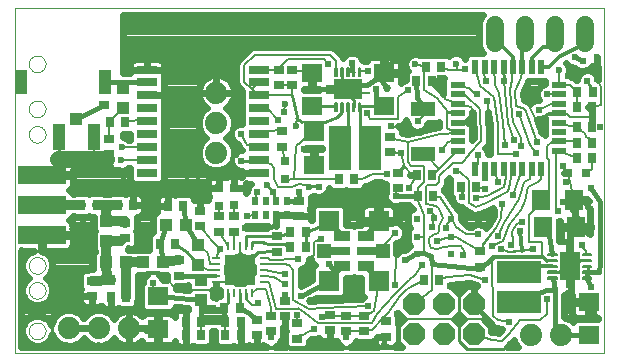
<source format=gtl>
G75*
%MOIN*%
%OFA0B0*%
%FSLAX24Y24*%
%IPPOS*%
%LPD*%
%AMOC8*
5,1,8,0,0,1.08239X$1,22.5*
%
%ADD10C,0.0000*%
%ADD11R,0.0354X0.0276*%
%ADD12R,0.0276X0.0354*%
%ADD13R,0.0500X0.0220*%
%ADD14R,0.0220X0.0500*%
%ADD15R,0.0709X0.0315*%
%ADD16R,0.0709X0.0276*%
%ADD17R,0.0394X0.0787*%
%ADD18OC8,0.0740*%
%ADD19R,0.0394X0.0433*%
%ADD20R,0.0315X0.0315*%
%ADD21R,0.0413X0.0866*%
%ADD22R,0.0394X0.0413*%
%ADD23C,0.0740*%
%ADD24R,0.0110X0.1496*%
%ADD25R,0.0650X0.0945*%
%ADD26C,0.0055*%
%ADD27R,0.1500X0.0760*%
%ADD28R,0.0709X0.0630*%
%ADD29R,0.0630X0.0709*%
%ADD30R,0.1496X0.0110*%
%ADD31R,0.0945X0.0650*%
%ADD32R,0.0760X0.1500*%
%ADD33R,0.0700X0.0700*%
%ADD34R,0.0450X0.0450*%
%ADD35R,0.0700X0.0280*%
%ADD36R,0.0560X0.0350*%
%ADD37R,0.0787X0.0512*%
%ADD38R,0.0276X0.0098*%
%ADD39R,0.0098X0.0276*%
%ADD40R,0.1024X0.1024*%
%ADD41C,0.0397*%
%ADD42R,0.0433X0.0394*%
%ADD43R,0.1600X0.0600*%
%ADD44R,0.0197X0.0315*%
%ADD45C,0.0236*%
%ADD46R,0.0197X0.0236*%
%ADD47R,0.0236X0.0197*%
%ADD48C,0.0600*%
%ADD49C,0.0240*%
%ADD50C,0.0100*%
%ADD51C,0.0240*%
%ADD52C,0.0080*%
%ADD53C,0.0160*%
%ADD54C,0.0270*%
%ADD55C,0.0120*%
%ADD56C,0.0560*%
%ADD57C,0.0320*%
D10*
X000260Y000270D02*
X000260Y011770D01*
X019910Y011770D01*
X019910Y000270D01*
X000260Y000270D01*
X000734Y001020D02*
X000736Y001053D01*
X000742Y001085D01*
X000751Y001116D01*
X000764Y001146D01*
X000781Y001174D01*
X000801Y001200D01*
X000824Y001224D01*
X000849Y001244D01*
X000877Y001262D01*
X000906Y001276D01*
X000937Y001286D01*
X000969Y001293D01*
X001002Y001296D01*
X001035Y001295D01*
X001067Y001290D01*
X001098Y001281D01*
X001129Y001269D01*
X001157Y001253D01*
X001184Y001234D01*
X001208Y001212D01*
X001229Y001187D01*
X001248Y001160D01*
X001263Y001131D01*
X001274Y001101D01*
X001282Y001069D01*
X001286Y001036D01*
X001286Y001004D01*
X001282Y000971D01*
X001274Y000939D01*
X001263Y000909D01*
X001248Y000880D01*
X001229Y000853D01*
X001208Y000828D01*
X001184Y000806D01*
X001157Y000787D01*
X001129Y000771D01*
X001098Y000759D01*
X001067Y000750D01*
X001035Y000745D01*
X001002Y000744D01*
X000969Y000747D01*
X000937Y000754D01*
X000906Y000764D01*
X000877Y000778D01*
X000849Y000796D01*
X000824Y000816D01*
X000801Y000840D01*
X000781Y000866D01*
X000764Y000894D01*
X000751Y000924D01*
X000742Y000955D01*
X000736Y000987D01*
X000734Y001020D01*
X000734Y002370D02*
X000736Y002403D01*
X000742Y002435D01*
X000751Y002466D01*
X000764Y002496D01*
X000781Y002524D01*
X000801Y002550D01*
X000824Y002574D01*
X000849Y002594D01*
X000877Y002612D01*
X000906Y002626D01*
X000937Y002636D01*
X000969Y002643D01*
X001002Y002646D01*
X001035Y002645D01*
X001067Y002640D01*
X001098Y002631D01*
X001129Y002619D01*
X001157Y002603D01*
X001184Y002584D01*
X001208Y002562D01*
X001229Y002537D01*
X001248Y002510D01*
X001263Y002481D01*
X001274Y002451D01*
X001282Y002419D01*
X001286Y002386D01*
X001286Y002354D01*
X001282Y002321D01*
X001274Y002289D01*
X001263Y002259D01*
X001248Y002230D01*
X001229Y002203D01*
X001208Y002178D01*
X001184Y002156D01*
X001157Y002137D01*
X001129Y002121D01*
X001098Y002109D01*
X001067Y002100D01*
X001035Y002095D01*
X001002Y002094D01*
X000969Y002097D01*
X000937Y002104D01*
X000906Y002114D01*
X000877Y002128D01*
X000849Y002146D01*
X000824Y002166D01*
X000801Y002190D01*
X000781Y002216D01*
X000764Y002244D01*
X000751Y002274D01*
X000742Y002305D01*
X000736Y002337D01*
X000734Y002370D01*
X000734Y003200D02*
X000736Y003233D01*
X000742Y003265D01*
X000751Y003296D01*
X000764Y003326D01*
X000781Y003354D01*
X000801Y003380D01*
X000824Y003404D01*
X000849Y003424D01*
X000877Y003442D01*
X000906Y003456D01*
X000937Y003466D01*
X000969Y003473D01*
X001002Y003476D01*
X001035Y003475D01*
X001067Y003470D01*
X001098Y003461D01*
X001129Y003449D01*
X001157Y003433D01*
X001184Y003414D01*
X001208Y003392D01*
X001229Y003367D01*
X001248Y003340D01*
X001263Y003311D01*
X001274Y003281D01*
X001282Y003249D01*
X001286Y003216D01*
X001286Y003184D01*
X001282Y003151D01*
X001274Y003119D01*
X001263Y003089D01*
X001248Y003060D01*
X001229Y003033D01*
X001208Y003008D01*
X001184Y002986D01*
X001157Y002967D01*
X001129Y002951D01*
X001098Y002939D01*
X001067Y002930D01*
X001035Y002925D01*
X001002Y002924D01*
X000969Y002927D01*
X000937Y002934D01*
X000906Y002944D01*
X000877Y002958D01*
X000849Y002976D01*
X000824Y002996D01*
X000801Y003020D01*
X000781Y003046D01*
X000764Y003074D01*
X000751Y003104D01*
X000742Y003135D01*
X000736Y003167D01*
X000734Y003200D01*
X000734Y007570D02*
X000736Y007603D01*
X000742Y007635D01*
X000751Y007666D01*
X000764Y007696D01*
X000781Y007724D01*
X000801Y007750D01*
X000824Y007774D01*
X000849Y007794D01*
X000877Y007812D01*
X000906Y007826D01*
X000937Y007836D01*
X000969Y007843D01*
X001002Y007846D01*
X001035Y007845D01*
X001067Y007840D01*
X001098Y007831D01*
X001129Y007819D01*
X001157Y007803D01*
X001184Y007784D01*
X001208Y007762D01*
X001229Y007737D01*
X001248Y007710D01*
X001263Y007681D01*
X001274Y007651D01*
X001282Y007619D01*
X001286Y007586D01*
X001286Y007554D01*
X001282Y007521D01*
X001274Y007489D01*
X001263Y007459D01*
X001248Y007430D01*
X001229Y007403D01*
X001208Y007378D01*
X001184Y007356D01*
X001157Y007337D01*
X001129Y007321D01*
X001098Y007309D01*
X001067Y007300D01*
X001035Y007295D01*
X001002Y007294D01*
X000969Y007297D01*
X000937Y007304D01*
X000906Y007314D01*
X000877Y007328D01*
X000849Y007346D01*
X000824Y007366D01*
X000801Y007390D01*
X000781Y007416D01*
X000764Y007444D01*
X000751Y007474D01*
X000742Y007505D01*
X000736Y007537D01*
X000734Y007570D01*
X000734Y008420D02*
X000736Y008453D01*
X000742Y008485D01*
X000751Y008516D01*
X000764Y008546D01*
X000781Y008574D01*
X000801Y008600D01*
X000824Y008624D01*
X000849Y008644D01*
X000877Y008662D01*
X000906Y008676D01*
X000937Y008686D01*
X000969Y008693D01*
X001002Y008696D01*
X001035Y008695D01*
X001067Y008690D01*
X001098Y008681D01*
X001129Y008669D01*
X001157Y008653D01*
X001184Y008634D01*
X001208Y008612D01*
X001229Y008587D01*
X001248Y008560D01*
X001263Y008531D01*
X001274Y008501D01*
X001282Y008469D01*
X001286Y008436D01*
X001286Y008404D01*
X001282Y008371D01*
X001274Y008339D01*
X001263Y008309D01*
X001248Y008280D01*
X001229Y008253D01*
X001208Y008228D01*
X001184Y008206D01*
X001157Y008187D01*
X001129Y008171D01*
X001098Y008159D01*
X001067Y008150D01*
X001035Y008145D01*
X001002Y008144D01*
X000969Y008147D01*
X000937Y008154D01*
X000906Y008164D01*
X000877Y008178D01*
X000849Y008196D01*
X000824Y008216D01*
X000801Y008240D01*
X000781Y008266D01*
X000764Y008294D01*
X000751Y008324D01*
X000742Y008355D01*
X000736Y008387D01*
X000734Y008420D01*
X000734Y009920D02*
X000736Y009953D01*
X000742Y009985D01*
X000751Y010016D01*
X000764Y010046D01*
X000781Y010074D01*
X000801Y010100D01*
X000824Y010124D01*
X000849Y010144D01*
X000877Y010162D01*
X000906Y010176D01*
X000937Y010186D01*
X000969Y010193D01*
X001002Y010196D01*
X001035Y010195D01*
X001067Y010190D01*
X001098Y010181D01*
X001129Y010169D01*
X001157Y010153D01*
X001184Y010134D01*
X001208Y010112D01*
X001229Y010087D01*
X001248Y010060D01*
X001263Y010031D01*
X001274Y010001D01*
X001282Y009969D01*
X001286Y009936D01*
X001286Y009904D01*
X001282Y009871D01*
X001274Y009839D01*
X001263Y009809D01*
X001248Y009780D01*
X001229Y009753D01*
X001208Y009728D01*
X001184Y009706D01*
X001157Y009687D01*
X001129Y009671D01*
X001098Y009659D01*
X001067Y009650D01*
X001035Y009645D01*
X001002Y009644D01*
X000969Y009647D01*
X000937Y009654D01*
X000906Y009664D01*
X000877Y009678D01*
X000849Y009696D01*
X000824Y009716D01*
X000801Y009740D01*
X000781Y009766D01*
X000764Y009794D01*
X000751Y009824D01*
X000742Y009855D01*
X000736Y009887D01*
X000734Y009920D01*
D11*
X003245Y009056D03*
X003245Y008544D03*
X003405Y007431D03*
X003405Y006919D03*
X006445Y005031D03*
X007075Y004841D03*
X007575Y004836D03*
X007575Y004324D03*
X007075Y004329D03*
X006445Y004519D03*
X005735Y003371D03*
X005735Y002859D03*
X003925Y004104D03*
X003925Y004616D03*
X002845Y002691D03*
X002845Y002179D03*
X008330Y001381D03*
X008800Y001516D03*
X009255Y001519D03*
X009675Y001271D03*
X009675Y000759D03*
X008800Y001004D03*
X008330Y000869D03*
X009255Y002031D03*
X010775Y001546D03*
X011310Y001526D03*
X011910Y001526D03*
X011910Y001014D03*
X011310Y001014D03*
X010775Y001034D03*
X012650Y000829D03*
X012650Y001341D03*
X015755Y003159D03*
X015755Y003671D03*
X013030Y005779D03*
X013030Y006291D03*
X012760Y006969D03*
X012760Y007481D03*
X009510Y009214D03*
X009060Y009214D03*
X009060Y009726D03*
X009510Y009726D03*
X009160Y007676D03*
X009160Y007164D03*
X009725Y005361D03*
X009725Y004849D03*
X009005Y004171D03*
X009005Y003659D03*
D12*
X009449Y003825D03*
X009961Y003825D03*
X009961Y004315D03*
X009449Y004315D03*
X011054Y006070D03*
X011566Y006070D03*
X013654Y006220D03*
X014166Y006220D03*
X014211Y005525D03*
X013699Y005525D03*
X015134Y005800D03*
X015646Y005800D03*
X018994Y006780D03*
X019506Y006780D03*
X019511Y007285D03*
X018999Y007285D03*
X019004Y007800D03*
X019516Y007800D03*
X019516Y008470D03*
X019004Y008470D03*
X019009Y008985D03*
X019521Y008985D03*
X014466Y009830D03*
X013954Y009830D03*
X014161Y009350D03*
X013649Y009350D03*
X005871Y005185D03*
X005359Y005185D03*
X004201Y005215D03*
X003689Y005215D03*
X002986Y005215D03*
X002474Y005215D03*
X005104Y003925D03*
X005616Y003925D03*
X003981Y002700D03*
X003469Y002700D03*
X003469Y002160D03*
X003981Y002160D03*
X005954Y001330D03*
X006466Y001330D03*
X006466Y000890D03*
X005954Y000890D03*
X007279Y000890D03*
X007791Y000890D03*
X007791Y001330D03*
X007761Y001795D03*
X007249Y001795D03*
X007279Y001330D03*
X013894Y002720D03*
X014406Y002720D03*
X003951Y007970D03*
X003439Y007970D03*
D13*
X015020Y007963D03*
X015020Y008277D03*
X015020Y008592D03*
X015020Y008907D03*
X015020Y009222D03*
X015020Y007648D03*
X015020Y007333D03*
X015020Y007018D03*
X018400Y007018D03*
X018400Y007333D03*
X018400Y007648D03*
X018400Y007963D03*
X018400Y008277D03*
X018400Y008592D03*
X018400Y008907D03*
X018400Y009222D03*
D14*
X017812Y009810D03*
X017497Y009810D03*
X017182Y009810D03*
X016867Y009810D03*
X016553Y009810D03*
X016238Y009810D03*
X015923Y009810D03*
X015608Y009810D03*
X015608Y006430D03*
X015923Y006430D03*
X016238Y006430D03*
X016553Y006430D03*
X016867Y006430D03*
X017182Y006430D03*
X017497Y006430D03*
X017812Y006430D03*
D15*
X008409Y006701D03*
X008409Y007134D03*
X008409Y007567D03*
X008409Y008000D03*
X008409Y008433D03*
X008409Y008866D03*
X008409Y009300D03*
X004669Y009300D03*
X004669Y008866D03*
X004669Y008433D03*
X004669Y008000D03*
X004669Y007567D03*
X004669Y007134D03*
X004669Y006701D03*
D16*
X004669Y006288D03*
X008409Y006288D03*
X008409Y009713D03*
X004669Y009713D03*
D17*
X003260Y009320D03*
X000465Y009320D03*
D18*
X013560Y001920D03*
X014560Y001920D03*
X015560Y001920D03*
X015560Y000920D03*
X014560Y000920D03*
X013560Y000920D03*
D19*
X006455Y002040D03*
X006455Y002710D03*
X006365Y003225D03*
X006365Y003895D03*
X003310Y004020D03*
X003310Y004690D03*
X003860Y008435D03*
X003860Y009105D03*
D20*
X009265Y006670D03*
X009265Y006080D03*
X007575Y005790D03*
X007075Y005785D03*
X007075Y005195D03*
X007575Y005200D03*
X018715Y006270D03*
X019305Y006270D03*
D21*
X002891Y007490D03*
X001729Y007490D03*
D22*
X002310Y008091D03*
D23*
X006980Y007960D03*
X006980Y006960D03*
X006980Y008960D03*
X004060Y001110D03*
X003060Y001110D03*
X002060Y001110D03*
X017465Y000880D03*
X018465Y000880D03*
D24*
X018652Y003170D03*
X018868Y003170D03*
D25*
X018760Y003170D03*
D26*
X018319Y003142D02*
X018039Y003142D01*
X018039Y003198D01*
X018319Y003198D01*
X018319Y003142D01*
X018319Y003196D02*
X018039Y003196D01*
X018039Y003339D02*
X018319Y003339D01*
X018039Y003339D02*
X018039Y003395D01*
X018319Y003395D01*
X018319Y003339D01*
X018319Y003393D02*
X018039Y003393D01*
X018039Y003536D02*
X018319Y003536D01*
X018039Y003536D02*
X018039Y003592D01*
X018319Y003592D01*
X018319Y003536D01*
X018319Y003590D02*
X018039Y003590D01*
X018039Y002945D02*
X018319Y002945D01*
X018039Y002945D02*
X018039Y003001D01*
X018319Y003001D01*
X018319Y002945D01*
X018319Y002999D02*
X018039Y002999D01*
X018039Y002748D02*
X018319Y002748D01*
X018039Y002748D02*
X018039Y002804D01*
X018319Y002804D01*
X018319Y002748D01*
X018319Y002802D02*
X018039Y002802D01*
X019201Y002804D02*
X019481Y002804D01*
X019481Y002748D01*
X019201Y002748D01*
X019201Y002804D01*
X019201Y002802D02*
X019481Y002802D01*
X019481Y003001D02*
X019201Y003001D01*
X019481Y003001D02*
X019481Y002945D01*
X019201Y002945D01*
X019201Y003001D01*
X019201Y002999D02*
X019481Y002999D01*
X019481Y003198D02*
X019201Y003198D01*
X019481Y003198D02*
X019481Y003142D01*
X019201Y003142D01*
X019201Y003198D01*
X019201Y003196D02*
X019481Y003196D01*
X019481Y003395D02*
X019201Y003395D01*
X019481Y003395D02*
X019481Y003339D01*
X019201Y003339D01*
X019201Y003395D01*
X019201Y003393D02*
X019481Y003393D01*
X019481Y003592D02*
X019201Y003592D01*
X019481Y003592D02*
X019481Y003536D01*
X019201Y003536D01*
X019201Y003592D01*
X019201Y003590D02*
X019481Y003590D01*
X011782Y008349D02*
X011782Y008629D01*
X011782Y008349D02*
X011726Y008349D01*
X011726Y008629D01*
X011782Y008629D01*
X011782Y008403D02*
X011726Y008403D01*
X011726Y008457D02*
X011782Y008457D01*
X011782Y008511D02*
X011726Y008511D01*
X011726Y008565D02*
X011782Y008565D01*
X011782Y008619D02*
X011726Y008619D01*
X011585Y008629D02*
X011585Y008349D01*
X011529Y008349D01*
X011529Y008629D01*
X011585Y008629D01*
X011585Y008403D02*
X011529Y008403D01*
X011529Y008457D02*
X011585Y008457D01*
X011585Y008511D02*
X011529Y008511D01*
X011529Y008565D02*
X011585Y008565D01*
X011585Y008619D02*
X011529Y008619D01*
X011388Y008629D02*
X011388Y008349D01*
X011332Y008349D01*
X011332Y008629D01*
X011388Y008629D01*
X011388Y008403D02*
X011332Y008403D01*
X011332Y008457D02*
X011388Y008457D01*
X011388Y008511D02*
X011332Y008511D01*
X011332Y008565D02*
X011388Y008565D01*
X011388Y008619D02*
X011332Y008619D01*
X011191Y008629D02*
X011191Y008349D01*
X011135Y008349D01*
X011135Y008629D01*
X011191Y008629D01*
X011191Y008403D02*
X011135Y008403D01*
X011135Y008457D02*
X011191Y008457D01*
X011191Y008511D02*
X011135Y008511D01*
X011135Y008565D02*
X011191Y008565D01*
X011191Y008619D02*
X011135Y008619D01*
X010994Y008629D02*
X010994Y008349D01*
X010938Y008349D01*
X010938Y008629D01*
X010994Y008629D01*
X010994Y008403D02*
X010938Y008403D01*
X010938Y008457D02*
X010994Y008457D01*
X010994Y008511D02*
X010938Y008511D01*
X010938Y008565D02*
X010994Y008565D01*
X010994Y008619D02*
X010938Y008619D01*
X010938Y009511D02*
X010938Y009791D01*
X010994Y009791D01*
X010994Y009511D01*
X010938Y009511D01*
X010938Y009565D02*
X010994Y009565D01*
X010994Y009619D02*
X010938Y009619D01*
X010938Y009673D02*
X010994Y009673D01*
X010994Y009727D02*
X010938Y009727D01*
X010938Y009781D02*
X010994Y009781D01*
X011135Y009791D02*
X011135Y009511D01*
X011135Y009791D02*
X011191Y009791D01*
X011191Y009511D01*
X011135Y009511D01*
X011135Y009565D02*
X011191Y009565D01*
X011191Y009619D02*
X011135Y009619D01*
X011135Y009673D02*
X011191Y009673D01*
X011191Y009727D02*
X011135Y009727D01*
X011135Y009781D02*
X011191Y009781D01*
X011332Y009791D02*
X011332Y009511D01*
X011332Y009791D02*
X011388Y009791D01*
X011388Y009511D01*
X011332Y009511D01*
X011332Y009565D02*
X011388Y009565D01*
X011388Y009619D02*
X011332Y009619D01*
X011332Y009673D02*
X011388Y009673D01*
X011388Y009727D02*
X011332Y009727D01*
X011332Y009781D02*
X011388Y009781D01*
X011529Y009791D02*
X011529Y009511D01*
X011529Y009791D02*
X011585Y009791D01*
X011585Y009511D01*
X011529Y009511D01*
X011529Y009565D02*
X011585Y009565D01*
X011585Y009619D02*
X011529Y009619D01*
X011529Y009673D02*
X011585Y009673D01*
X011585Y009727D02*
X011529Y009727D01*
X011529Y009781D02*
X011585Y009781D01*
X011726Y009791D02*
X011726Y009511D01*
X011726Y009791D02*
X011782Y009791D01*
X011782Y009511D01*
X011726Y009511D01*
X011726Y009565D02*
X011782Y009565D01*
X011782Y009619D02*
X011726Y009619D01*
X011726Y009673D02*
X011782Y009673D01*
X011782Y009727D02*
X011726Y009727D01*
X011726Y009781D02*
X011782Y009781D01*
D27*
X017060Y002970D03*
X017060Y001970D03*
D28*
X019410Y001971D03*
X019410Y000869D03*
X010225Y006534D03*
X010225Y007636D03*
X010160Y008519D03*
X010160Y009621D03*
X012560Y009621D03*
X012560Y008519D03*
X005045Y002176D03*
X005045Y001074D03*
D29*
X017809Y005370D03*
X018911Y005370D03*
X018961Y004470D03*
X017859Y004470D03*
D30*
X011360Y008962D03*
X011360Y009178D03*
D31*
X011360Y009070D03*
D32*
X011110Y007120D03*
X012110Y007120D03*
D33*
X012387Y004670D03*
X010733Y004670D03*
X010733Y002670D03*
X012387Y002670D03*
D34*
X012537Y003670D03*
X010583Y003670D03*
D35*
X011110Y003670D03*
X012010Y003670D03*
D36*
X011960Y003170D03*
X011160Y003170D03*
X011160Y004170D03*
X011960Y004170D03*
D37*
X013881Y006931D03*
X013881Y008427D03*
D38*
X008557Y003449D03*
X008557Y003252D03*
X008557Y003055D03*
X008557Y002858D03*
X008557Y002661D03*
X006983Y002661D03*
X006983Y002858D03*
X006983Y003055D03*
X006983Y003252D03*
X006983Y003449D03*
D39*
X007376Y003842D03*
X007573Y003842D03*
X007770Y003842D03*
X007967Y003842D03*
X008164Y003842D03*
X008164Y002268D03*
X007967Y002268D03*
X007770Y002268D03*
X007573Y002268D03*
X007376Y002268D03*
D40*
X007770Y003055D03*
D41*
X007514Y002799D03*
X008026Y002799D03*
X008026Y003311D03*
X007514Y003311D03*
D42*
X005960Y004565D03*
X005290Y004565D03*
X005190Y003315D03*
X004520Y003315D03*
X003985Y003310D03*
X003315Y003310D03*
D43*
X001170Y004210D03*
X001170Y005210D03*
X001170Y006210D03*
D44*
X008269Y005356D03*
X008623Y005356D03*
X008977Y005356D03*
X009331Y005356D03*
X009331Y004884D03*
X008977Y004884D03*
X008623Y004884D03*
X008269Y004884D03*
D45*
X008665Y005880D03*
X010060Y005815D03*
X009645Y007840D03*
X009285Y008580D03*
X013615Y009905D03*
X014970Y009930D03*
X018405Y009705D03*
X018935Y010135D03*
X019685Y010140D03*
X003820Y007135D03*
X003815Y006700D03*
D46*
X013674Y004751D03*
X013674Y004160D03*
X013674Y003569D03*
X014816Y003569D03*
X014816Y004160D03*
X014816Y004751D03*
D47*
X014245Y004770D03*
D48*
X016260Y010620D02*
X016260Y011220D01*
X017260Y011220D02*
X017260Y010620D01*
X018260Y010620D02*
X018260Y011220D01*
X019260Y011220D02*
X019260Y010620D01*
D49*
X019685Y010140D02*
X019685Y010140D01*
X019685Y009802D01*
X019690Y009802D01*
X019690Y009382D01*
X019690Y009433D01*
X019638Y009558D01*
X019543Y009653D01*
X019418Y009705D01*
X019318Y009705D01*
X019383Y009732D01*
X019478Y009827D01*
X019493Y009862D01*
X019525Y009840D01*
X019586Y009815D01*
X019652Y009802D01*
X019685Y009802D01*
X019685Y010140D01*
X019685Y010049D02*
X019685Y010049D01*
X019685Y009810D02*
X019685Y009810D01*
X019611Y009810D02*
X019461Y009810D01*
X019222Y009680D02*
X019157Y009653D01*
X019062Y009558D01*
X019010Y009433D01*
X019010Y009382D01*
X018980Y009382D01*
X018919Y009443D01*
X018823Y009482D01*
X018811Y009482D01*
X018741Y009552D01*
X018708Y009552D01*
X018743Y009638D01*
X018743Y009772D01*
X018692Y009897D01*
X018628Y009960D01*
X018639Y009965D01*
X018648Y009943D01*
X018743Y009848D01*
X018868Y009797D01*
X018932Y009797D01*
X018997Y009732D01*
X019122Y009680D01*
X019222Y009680D01*
X019076Y009572D02*
X018716Y009572D01*
X018727Y009810D02*
X018836Y009810D01*
X019624Y009572D02*
X019690Y009572D01*
X019690Y009382D02*
X019690Y009382D01*
X019516Y008470D02*
X019362Y008470D01*
X019516Y008470D01*
X019516Y008197D01*
X019516Y007800D01*
X019516Y007800D01*
X019516Y008470D01*
X019516Y008470D01*
X019516Y008470D01*
X019516Y008379D02*
X019516Y008379D01*
X019362Y008470D02*
X019362Y008470D01*
X019516Y008141D02*
X019516Y008141D01*
X019516Y007902D02*
X019516Y007902D01*
X017930Y007902D02*
X017724Y007902D01*
X017930Y007761D02*
X017930Y008104D01*
X017928Y008102D01*
X017803Y008050D01*
X017668Y008050D01*
X017828Y007630D01*
X017858Y007618D01*
X017930Y007546D01*
X017930Y007761D01*
X017930Y007664D02*
X017816Y007664D01*
X017445Y008578D02*
X017413Y008613D01*
X017410Y008614D01*
X017408Y008616D01*
X017364Y008636D01*
X017226Y008701D01*
X017205Y008958D01*
X017359Y009324D01*
X017370Y009340D01*
X017930Y009340D01*
X017930Y009253D01*
X017822Y009208D01*
X017727Y009113D01*
X017675Y008988D01*
X017675Y008852D01*
X017726Y008730D01*
X017667Y008730D01*
X017542Y008678D01*
X017447Y008583D01*
X017445Y008578D01*
X017482Y008618D02*
X017406Y008618D01*
X017213Y008856D02*
X017675Y008856D01*
X017719Y009095D02*
X017262Y009095D01*
X017365Y009333D02*
X017930Y009333D01*
X016044Y008303D02*
X016115Y007874D01*
X016115Y006932D01*
X016114Y006900D01*
X016050Y006900D01*
X016050Y006938D01*
X015998Y007063D01*
X015951Y007110D01*
X015968Y007129D01*
X015969Y007130D01*
X016004Y007166D01*
X016039Y007203D01*
X016039Y007204D01*
X016040Y007205D01*
X016058Y007252D01*
X016076Y007300D01*
X016076Y007301D01*
X016077Y007302D01*
X016075Y007352D01*
X016074Y007403D01*
X016073Y007404D01*
X016044Y008303D01*
X016049Y008141D02*
X016071Y008141D01*
X016057Y007902D02*
X016110Y007902D01*
X016115Y007664D02*
X016065Y007664D01*
X016073Y007425D02*
X016115Y007425D01*
X016115Y007187D02*
X016023Y007187D01*
X016046Y006948D02*
X016115Y006948D01*
X015552Y007445D02*
X015490Y007381D01*
X015490Y007534D01*
X015490Y007849D01*
X015490Y007963D01*
X015490Y008323D01*
X015524Y008294D01*
X015552Y007445D01*
X015532Y007425D02*
X015490Y007425D01*
X015490Y007664D02*
X015544Y007664D01*
X015537Y007902D02*
X015490Y007902D01*
X015490Y007963D02*
X015376Y007963D01*
X015490Y007963D01*
X015376Y007963D02*
X015376Y007963D01*
X015376Y007963D01*
X015490Y008141D02*
X015529Y008141D01*
X014408Y007994D02*
X014409Y007829D01*
X014401Y007827D01*
X014371Y007824D01*
X014352Y007815D01*
X013383Y007569D01*
X013157Y007632D01*
X013157Y007710D01*
X013032Y007835D01*
X013092Y007835D01*
X013187Y007875D01*
X013260Y007948D01*
X013300Y008043D01*
X013300Y008047D01*
X013350Y007997D01*
X013350Y007937D01*
X013402Y007812D01*
X013497Y007717D01*
X013622Y007665D01*
X013758Y007665D01*
X013883Y007717D01*
X013978Y007812D01*
X014030Y007937D01*
X014030Y007952D01*
X014365Y007952D01*
X014408Y007994D01*
X014409Y007902D02*
X014015Y007902D01*
X013756Y007664D02*
X013157Y007664D01*
X013215Y007902D02*
X013365Y007902D01*
X014525Y008950D02*
X014161Y009350D01*
X014165Y009350D02*
X014519Y009350D01*
X014519Y009433D01*
X014559Y009433D01*
X014550Y009423D01*
X014550Y008932D01*
X014546Y008937D01*
X014520Y008975D01*
X014515Y008978D01*
X014511Y008983D01*
X014472Y009006D01*
X014454Y009017D01*
X014475Y009038D01*
X014504Y009088D01*
X014519Y009144D01*
X014519Y009350D01*
X014165Y009350D01*
X014165Y009350D01*
X014519Y009333D02*
X014550Y009333D01*
X014550Y009095D02*
X014505Y009095D01*
X013291Y009372D02*
X013172Y009323D01*
X013134Y009285D01*
X013134Y009584D01*
X012597Y009584D01*
X012597Y009659D01*
X012523Y009659D01*
X012523Y010156D01*
X012177Y010156D01*
X012121Y010141D01*
X012071Y010112D01*
X012030Y010071D01*
X012001Y010021D01*
X011999Y010015D01*
X011952Y010015D01*
X011919Y010001D01*
X011844Y010033D01*
X011798Y010143D01*
X011703Y010238D01*
X011578Y010290D01*
X011442Y010290D01*
X011317Y010238D01*
X011222Y010143D01*
X011206Y010105D01*
X011180Y010167D01*
X010980Y010367D01*
X010907Y010440D01*
X010812Y010480D01*
X008208Y010480D01*
X008113Y010440D01*
X007763Y010090D01*
X007690Y010017D01*
X007650Y009922D01*
X007650Y009268D01*
X007690Y009173D01*
X007834Y009028D01*
X007834Y007910D01*
X007742Y007910D01*
X007617Y007858D01*
X007548Y007788D01*
X007570Y007843D01*
X007570Y008077D01*
X007480Y008294D01*
X007314Y008460D01*
X007302Y008465D01*
X007364Y008510D01*
X007430Y008576D01*
X007485Y008651D01*
X007527Y008734D01*
X007555Y008822D01*
X007570Y008914D01*
X007570Y008960D01*
X007570Y009006D01*
X007555Y009098D01*
X007527Y009186D01*
X007485Y009269D01*
X007430Y009344D01*
X007364Y009410D01*
X007289Y009465D01*
X007206Y009507D01*
X007118Y009535D01*
X007026Y009550D01*
X006980Y009550D01*
X006980Y008960D01*
X007570Y008960D01*
X006980Y008960D01*
X006980Y008960D01*
X006980Y008960D01*
X006980Y008960D01*
X006390Y008960D01*
X006390Y009006D01*
X006405Y009098D01*
X006433Y009186D01*
X006475Y009269D01*
X006530Y009344D01*
X006596Y009410D01*
X006671Y009465D01*
X006754Y009507D01*
X006842Y009535D01*
X006934Y009550D01*
X006980Y009550D01*
X006980Y008960D01*
X006390Y008960D01*
X006390Y008914D01*
X006405Y008822D01*
X006433Y008734D01*
X006475Y008651D01*
X006530Y008576D01*
X006596Y008510D01*
X006658Y008465D01*
X006646Y008460D01*
X006480Y008294D01*
X006390Y008077D01*
X006390Y007843D01*
X006480Y007626D01*
X006646Y007460D01*
X006480Y007294D01*
X006390Y007077D01*
X006390Y006843D01*
X006480Y006626D01*
X006646Y006460D01*
X006863Y006370D01*
X007097Y006370D01*
X007314Y006460D01*
X007477Y006623D01*
X007527Y006502D01*
X007622Y006407D01*
X007747Y006355D01*
X007834Y006355D01*
X007834Y006288D01*
X008409Y006288D01*
X008409Y006288D01*
X007834Y006288D01*
X007834Y006143D01*
X007817Y006153D01*
X007761Y006168D01*
X007575Y006168D01*
X007389Y006168D01*
X007333Y006153D01*
X007321Y006146D01*
X007317Y006148D01*
X007261Y006163D01*
X007075Y006163D01*
X006889Y006163D01*
X006833Y006148D01*
X006782Y006119D01*
X006741Y006078D01*
X006713Y006028D01*
X006698Y005972D01*
X006698Y005785D01*
X006698Y005599D01*
X006713Y005543D01*
X006741Y005493D01*
X006744Y005490D01*
X006698Y005443D01*
X006698Y005376D01*
X006651Y005389D01*
X006445Y005389D01*
X006239Y005389D01*
X006229Y005386D01*
X006229Y005453D01*
X006100Y005582D01*
X005642Y005582D01*
X005610Y005551D01*
X005582Y005567D01*
X005526Y005582D01*
X005359Y005582D01*
X005192Y005582D01*
X005136Y005567D01*
X005086Y005538D01*
X005045Y005497D01*
X005016Y005447D01*
X005001Y005391D01*
X005001Y005185D01*
X005001Y004982D01*
X004983Y004982D01*
X004854Y004853D01*
X004854Y004301D01*
X004746Y004193D01*
X004746Y003732D01*
X004213Y003732D01*
X004208Y003727D01*
X004035Y003727D01*
X004054Y003746D01*
X004193Y003746D01*
X004322Y003875D01*
X004322Y004333D01*
X004295Y004360D01*
X004322Y004387D01*
X004322Y004818D01*
X004368Y004818D01*
X004424Y004833D01*
X004474Y004862D01*
X004515Y004903D01*
X004544Y004953D01*
X004559Y005009D01*
X004559Y005215D01*
X004559Y005421D01*
X004544Y005477D01*
X004515Y005527D01*
X004474Y005568D01*
X004424Y005597D01*
X004368Y005612D01*
X004201Y005612D01*
X004201Y005215D01*
X004559Y005215D01*
X004201Y005215D01*
X004201Y005215D01*
X004201Y005215D01*
X004201Y005612D01*
X004034Y005612D01*
X003978Y005597D01*
X003950Y005581D01*
X003918Y005612D01*
X003460Y005612D01*
X003443Y005595D01*
X003232Y005595D01*
X003215Y005612D01*
X002757Y005612D01*
X002730Y005585D01*
X002703Y005612D01*
X002245Y005612D01*
X002227Y005594D01*
X002190Y005594D01*
X002190Y005601D01*
X002075Y005716D01*
X002105Y005734D01*
X002146Y005775D01*
X002175Y005825D01*
X002190Y005881D01*
X002190Y006180D01*
X001200Y006180D01*
X001200Y006240D01*
X002190Y006240D01*
X002190Y006370D01*
X003728Y006370D01*
X003748Y006362D01*
X003882Y006362D01*
X004007Y006413D01*
X004033Y006440D01*
X004094Y006440D01*
X004094Y006059D01*
X004223Y005930D01*
X005114Y005930D01*
X005243Y006059D01*
X005243Y008866D01*
X004669Y008866D01*
X004669Y008866D01*
X005243Y008866D01*
X005243Y009713D01*
X005243Y009880D01*
X005228Y009936D01*
X005199Y009986D01*
X005158Y010027D01*
X005108Y010056D01*
X005052Y010071D01*
X004669Y010071D01*
X004669Y009713D01*
X005243Y009713D01*
X004669Y009713D01*
X004669Y009713D01*
X004669Y009713D01*
X004669Y010071D01*
X004285Y010071D01*
X004229Y010056D01*
X004179Y010027D01*
X004138Y009986D01*
X004109Y009936D01*
X004094Y009880D01*
X004094Y009713D01*
X004669Y009713D01*
X004669Y009713D01*
X004094Y009713D01*
X004094Y009620D01*
X003860Y009620D01*
X003860Y011550D01*
X015855Y011550D01*
X015819Y011515D01*
X015740Y011323D01*
X015740Y010517D01*
X015819Y010325D01*
X015865Y010280D01*
X015407Y010280D01*
X015278Y010151D01*
X015278Y010085D01*
X015272Y010085D01*
X015257Y010122D01*
X015162Y010217D01*
X015037Y010268D01*
X014903Y010268D01*
X014778Y010217D01*
X014742Y010180D01*
X014695Y010227D01*
X014237Y010227D01*
X014210Y010200D01*
X014183Y010227D01*
X013725Y010227D01*
X013724Y010226D01*
X013682Y010243D01*
X013548Y010243D01*
X013423Y010192D01*
X013328Y010097D01*
X013277Y009972D01*
X013277Y009838D01*
X013328Y009713D01*
X013357Y009684D01*
X013291Y009618D01*
X013291Y009372D01*
X013196Y009333D02*
X013134Y009333D01*
X013134Y009572D02*
X013291Y009572D01*
X013134Y009659D02*
X013134Y009965D01*
X013119Y010021D01*
X013090Y010071D01*
X013049Y010112D01*
X012999Y010141D01*
X012943Y010156D01*
X012597Y010156D01*
X012597Y009659D01*
X013134Y009659D01*
X013134Y009810D02*
X013288Y009810D01*
X013308Y010049D02*
X013103Y010049D01*
X012597Y010049D02*
X012523Y010049D01*
X012523Y009810D02*
X012597Y009810D01*
X012017Y010049D02*
X011837Y010049D01*
X011585Y010287D02*
X015858Y010287D01*
X015740Y010526D02*
X003860Y010526D01*
X003860Y010764D02*
X015740Y010764D01*
X015740Y011003D02*
X003860Y011003D01*
X003860Y011241D02*
X015740Y011241D01*
X015805Y011480D02*
X003860Y011480D01*
X003860Y010287D02*
X007959Y010287D01*
X007721Y010049D02*
X005120Y010049D01*
X005243Y009810D02*
X007650Y009810D01*
X007650Y009572D02*
X005243Y009572D01*
X005243Y009333D02*
X006522Y009333D01*
X006404Y009095D02*
X005243Y009095D01*
X005243Y008856D02*
X006399Y008856D01*
X006500Y008618D02*
X005243Y008618D01*
X005243Y008379D02*
X006565Y008379D01*
X006416Y008141D02*
X005243Y008141D01*
X005243Y007902D02*
X006390Y007902D01*
X006464Y007664D02*
X005243Y007664D01*
X005243Y007425D02*
X006611Y007425D01*
X006435Y007187D02*
X005243Y007187D01*
X005243Y006948D02*
X006390Y006948D01*
X006445Y006710D02*
X005243Y006710D01*
X005243Y006471D02*
X006635Y006471D01*
X007075Y006163D02*
X007075Y005785D01*
X006698Y005785D01*
X007075Y005785D01*
X007075Y005785D01*
X007075Y005785D01*
X007075Y006163D01*
X007075Y005994D02*
X007075Y005994D01*
X006703Y005994D02*
X005178Y005994D01*
X005243Y006233D02*
X007834Y006233D01*
X007575Y006168D02*
X007575Y005790D01*
X007575Y005790D01*
X007952Y005790D01*
X007952Y005607D01*
X008010Y005665D01*
X008010Y005728D01*
X008062Y005853D01*
X008139Y005930D01*
X008026Y005930D01*
X007970Y005945D01*
X007952Y005955D01*
X007952Y005790D01*
X007575Y005790D01*
X007575Y006168D01*
X007575Y005994D02*
X007575Y005994D01*
X007575Y005790D02*
X007575Y005790D01*
X007952Y005756D02*
X008022Y005756D01*
X007558Y006471D02*
X007325Y006471D01*
X007570Y006931D02*
X007570Y007077D01*
X007480Y007294D01*
X007314Y007460D01*
X007470Y007616D01*
X007470Y007502D01*
X007522Y007377D01*
X007617Y007282D01*
X007693Y007250D01*
X007783Y007092D01*
X007808Y007049D01*
X007809Y007048D01*
X007810Y007046D01*
X007824Y007035D01*
X007747Y007035D01*
X007622Y006983D01*
X007570Y006931D01*
X007570Y006948D02*
X007587Y006948D01*
X007525Y007187D02*
X007730Y007187D01*
X007502Y007425D02*
X007349Y007425D01*
X007570Y007902D02*
X007723Y007902D01*
X007834Y008141D02*
X007544Y008141D01*
X007395Y008379D02*
X007834Y008379D01*
X007834Y008618D02*
X007460Y008618D01*
X007561Y008856D02*
X007834Y008856D01*
X007768Y009095D02*
X007556Y009095D01*
X007650Y009333D02*
X007438Y009333D01*
X006980Y009333D02*
X006980Y009333D01*
X006980Y009095D02*
X006980Y009095D01*
X004669Y009810D02*
X004669Y009810D01*
X004669Y010049D02*
X004669Y010049D01*
X004217Y010049D02*
X003860Y010049D01*
X003860Y009810D02*
X004094Y009810D01*
X004094Y007573D02*
X003860Y007573D01*
X003860Y007473D01*
X003887Y007473D01*
X004012Y007422D01*
X004038Y007395D01*
X004094Y007395D01*
X004094Y007573D01*
X004094Y007425D02*
X004003Y007425D01*
X004094Y006233D02*
X001200Y006233D01*
X002190Y005994D02*
X004159Y005994D01*
X004201Y005517D02*
X004201Y005517D01*
X004201Y005279D02*
X004201Y005279D01*
X004559Y005279D02*
X005001Y005279D01*
X005001Y005185D02*
X005359Y005185D01*
X005001Y005185D01*
X005001Y005040D02*
X004559Y005040D01*
X004322Y004802D02*
X004854Y004802D01*
X004854Y004563D02*
X004322Y004563D01*
X004322Y004325D02*
X004854Y004325D01*
X004746Y004086D02*
X004322Y004086D01*
X004294Y003848D02*
X004746Y003848D01*
X004667Y002898D02*
X004362Y002898D01*
X004361Y002699D01*
X004361Y002084D01*
X004339Y002031D01*
X004339Y001892D01*
X004210Y001763D01*
X003752Y001763D01*
X003720Y001794D01*
X003692Y001778D01*
X003636Y001763D01*
X003469Y001763D01*
X003469Y002160D01*
X003469Y002160D01*
X003469Y001763D01*
X003302Y001763D01*
X003246Y001778D01*
X003196Y001807D01*
X003155Y001848D01*
X003148Y001860D01*
X003107Y001836D01*
X003051Y001821D01*
X002845Y001821D01*
X002845Y002179D01*
X002845Y002179D01*
X002845Y001821D01*
X002639Y001821D01*
X002583Y001836D01*
X002533Y001865D01*
X002492Y001906D01*
X002463Y001956D01*
X002448Y002012D01*
X002448Y002179D01*
X002845Y002179D01*
X002845Y002179D01*
X002448Y002179D01*
X002448Y002346D01*
X002463Y002402D01*
X002479Y002430D01*
X002448Y002462D01*
X002448Y002920D01*
X002577Y003049D01*
X002715Y003049D01*
X002764Y003070D01*
X002879Y003071D01*
X002879Y003598D01*
X002933Y003652D01*
X002933Y003673D01*
X002893Y003713D01*
X002893Y004328D01*
X002920Y004355D01*
X002893Y004382D01*
X002893Y004818D01*
X002757Y004818D01*
X002730Y004845D01*
X002703Y004818D01*
X002245Y004818D01*
X002229Y004834D01*
X002190Y004834D01*
X002190Y004819D01*
X002075Y004704D01*
X002105Y004686D01*
X002146Y004645D01*
X002175Y004595D01*
X002190Y004539D01*
X002190Y004240D01*
X001200Y004240D01*
X001200Y004180D01*
X002190Y004180D01*
X002190Y003881D01*
X002175Y003825D01*
X002146Y003775D01*
X002105Y003734D01*
X002055Y003705D01*
X001999Y003690D01*
X001200Y003690D01*
X001200Y004180D01*
X001140Y004180D01*
X001140Y003690D01*
X001122Y003690D01*
X001291Y003620D01*
X001430Y003481D01*
X001506Y003299D01*
X001506Y003101D01*
X001430Y002919D01*
X001296Y002785D01*
X001430Y002651D01*
X001506Y002469D01*
X001506Y002271D01*
X001430Y002089D01*
X001291Y001950D01*
X001109Y001874D01*
X000911Y001874D01*
X000729Y001950D01*
X000590Y002089D01*
X000514Y002271D01*
X000514Y002469D01*
X000590Y002651D01*
X000724Y002785D01*
X000590Y002919D01*
X000514Y003101D01*
X000514Y003299D01*
X000590Y003481D01*
X000729Y003620D01*
X000898Y003690D01*
X000480Y003690D01*
X000480Y000490D01*
X008660Y000490D01*
X008607Y000512D01*
X008593Y000527D01*
X008592Y000526D01*
X008536Y000511D01*
X008330Y000511D01*
X008330Y000869D01*
X008330Y000869D01*
X008330Y000511D01*
X008124Y000511D01*
X008068Y000526D01*
X008057Y000533D01*
X008014Y000508D01*
X007958Y000493D01*
X007791Y000493D01*
X007791Y000890D01*
X007791Y000890D01*
X007791Y000933D01*
X007791Y001330D01*
X007791Y001330D01*
X007791Y000890D01*
X007791Y000890D01*
X007791Y000493D01*
X007624Y000493D01*
X007568Y000508D01*
X007540Y000524D01*
X007508Y000493D01*
X007050Y000493D01*
X006921Y000622D01*
X006921Y001030D01*
X006824Y001030D01*
X006824Y000622D01*
X006695Y000493D01*
X006237Y000493D01*
X006205Y000524D01*
X006177Y000508D01*
X006121Y000493D01*
X005954Y000493D01*
X005954Y000890D01*
X005954Y001287D01*
X005954Y001330D01*
X005954Y001330D01*
X005954Y001727D01*
X005787Y001727D01*
X005731Y001712D01*
X005681Y001683D01*
X005640Y001642D01*
X005611Y001592D01*
X005596Y001536D01*
X005596Y001488D01*
X005575Y001524D01*
X005534Y001565D01*
X005484Y001594D01*
X005428Y001609D01*
X005082Y001609D01*
X005082Y001111D01*
X005008Y001111D01*
X005008Y001609D01*
X004662Y001609D01*
X004606Y001594D01*
X004556Y001565D01*
X004515Y001524D01*
X004502Y001502D01*
X004444Y001560D01*
X004369Y001615D01*
X004286Y001657D01*
X004198Y001685D01*
X004106Y001700D01*
X004060Y001700D01*
X004060Y001110D01*
X004650Y001110D01*
X004650Y001111D01*
X005008Y001111D01*
X005008Y001036D01*
X005082Y001036D01*
X005082Y000539D01*
X005428Y000539D01*
X005484Y000554D01*
X005534Y000583D01*
X005575Y000624D01*
X005601Y000668D01*
X005611Y000628D01*
X005640Y000578D01*
X005681Y000537D01*
X005731Y000508D01*
X005787Y000493D01*
X005954Y000493D01*
X005954Y000890D01*
X005954Y000890D01*
X005954Y000890D01*
X005954Y001330D01*
X005954Y001330D01*
X005954Y001727D01*
X006044Y001727D01*
X006038Y001733D01*
X006038Y001779D01*
X005619Y001819D01*
X005619Y001770D01*
X005490Y001641D01*
X004600Y001641D01*
X004471Y001770D01*
X004471Y002582D01*
X004520Y002632D01*
X004520Y002678D01*
X004572Y002803D01*
X004667Y002898D01*
X004663Y002894D02*
X004362Y002894D01*
X004361Y002655D02*
X004520Y002655D01*
X004471Y002417D02*
X004361Y002417D01*
X004361Y002178D02*
X004471Y002178D01*
X004471Y001940D02*
X004339Y001940D01*
X004540Y001701D02*
X000480Y001701D01*
X000480Y001463D02*
X000783Y001463D01*
X000729Y001440D02*
X000590Y001301D01*
X000514Y001119D01*
X000514Y000921D01*
X000590Y000739D01*
X000729Y000600D01*
X000911Y000524D01*
X001109Y000524D01*
X001291Y000600D01*
X001430Y000739D01*
X001503Y000914D01*
X001560Y000776D01*
X001726Y000610D01*
X001943Y000520D01*
X002177Y000520D01*
X002394Y000610D01*
X002554Y000770D01*
X002566Y000770D01*
X002726Y000610D01*
X002943Y000520D01*
X003177Y000520D01*
X003394Y000610D01*
X003560Y000776D01*
X003565Y000788D01*
X003610Y000726D01*
X003676Y000660D01*
X003751Y000605D01*
X003834Y000563D01*
X003922Y000535D01*
X004014Y000520D01*
X004060Y000520D01*
X004106Y000520D01*
X004198Y000535D01*
X004286Y000563D01*
X004369Y000605D01*
X004444Y000660D01*
X004480Y000696D01*
X004486Y000674D01*
X004515Y000624D01*
X004556Y000583D01*
X004606Y000554D01*
X004662Y000539D01*
X005008Y000539D01*
X005008Y001036D01*
X004646Y001036D01*
X004650Y001064D01*
X004650Y001110D01*
X004060Y001110D01*
X004060Y001110D01*
X004060Y001110D01*
X004060Y000520D01*
X004060Y001110D01*
X004060Y001110D01*
X004060Y001700D01*
X004014Y001700D01*
X003922Y001685D01*
X003834Y001657D01*
X003751Y001615D01*
X003676Y001560D01*
X003610Y001494D01*
X003565Y001432D01*
X003560Y001444D01*
X003394Y001610D01*
X003177Y001700D01*
X002943Y001700D01*
X002726Y001610D01*
X002566Y001450D01*
X002554Y001450D01*
X002394Y001610D01*
X002177Y001700D01*
X001943Y001700D01*
X001726Y001610D01*
X001560Y001444D01*
X001470Y001227D01*
X001470Y001204D01*
X001430Y001301D01*
X001291Y001440D01*
X001109Y001516D01*
X000911Y001516D01*
X000729Y001440D01*
X000558Y001224D02*
X000480Y001224D01*
X000480Y000986D02*
X000514Y000986D01*
X000480Y000747D02*
X000587Y000747D01*
X000480Y000509D02*
X005730Y000509D01*
X005954Y000509D02*
X005954Y000509D01*
X006178Y000509D02*
X006221Y000509D01*
X005954Y000747D02*
X005954Y000747D01*
X005954Y000986D02*
X005954Y000986D01*
X005954Y001224D02*
X005954Y001224D01*
X005954Y001463D02*
X005954Y001463D01*
X005954Y001701D02*
X005954Y001701D01*
X005712Y001701D02*
X005550Y001701D01*
X005082Y001463D02*
X005008Y001463D01*
X005008Y001224D02*
X005082Y001224D01*
X005082Y000986D02*
X005008Y000986D01*
X005008Y000747D02*
X005082Y000747D01*
X004060Y000747D02*
X004060Y000747D01*
X004060Y000986D02*
X004060Y000986D01*
X004060Y001224D02*
X004060Y001224D01*
X004060Y001463D02*
X004060Y001463D01*
X003587Y001463D02*
X003542Y001463D01*
X003060Y001110D02*
X002060Y001110D01*
X002531Y000747D02*
X002589Y000747D01*
X003531Y000747D02*
X003594Y000747D01*
X002578Y001463D02*
X002542Y001463D01*
X002473Y001940D02*
X001266Y001940D01*
X001467Y002178D02*
X002448Y002178D01*
X002471Y002417D02*
X001506Y002417D01*
X001426Y002655D02*
X002448Y002655D01*
X002448Y002894D02*
X001404Y002894D01*
X001506Y003132D02*
X002879Y003132D01*
X002879Y003371D02*
X001476Y003371D01*
X001302Y003609D02*
X002890Y003609D01*
X002893Y003848D02*
X002181Y003848D01*
X002190Y004086D02*
X002893Y004086D01*
X002893Y004325D02*
X002190Y004325D01*
X002184Y004563D02*
X002893Y004563D01*
X002893Y004802D02*
X002173Y004802D01*
X001200Y004086D02*
X001140Y004086D01*
X001140Y003848D02*
X001200Y003848D01*
X000718Y003609D02*
X000480Y003609D01*
X000480Y003371D02*
X000544Y003371D01*
X000514Y003132D02*
X000480Y003132D01*
X000480Y002894D02*
X000616Y002894D01*
X000594Y002655D02*
X000480Y002655D01*
X000480Y002417D02*
X000514Y002417D01*
X000480Y002178D02*
X000553Y002178D01*
X000480Y001940D02*
X000754Y001940D01*
X001237Y001463D02*
X001578Y001463D01*
X001470Y001224D02*
X001462Y001224D01*
X001433Y000747D02*
X001589Y000747D01*
X002845Y001940D02*
X002845Y001940D01*
X002845Y002178D02*
X002845Y002178D01*
X003469Y001940D02*
X003469Y001940D01*
X005053Y002898D02*
X005338Y002898D01*
X005338Y002711D01*
X005186Y002711D01*
X005148Y002803D01*
X005053Y002898D01*
X005057Y002894D02*
X005338Y002894D01*
X006003Y002501D02*
X006038Y002536D01*
X006038Y002402D01*
X006060Y002380D01*
X005619Y002422D01*
X005619Y002501D01*
X006003Y002501D01*
X006038Y002417D02*
X005679Y002417D01*
X006845Y002375D02*
X006862Y002392D01*
X006983Y002392D01*
X007098Y002392D01*
X007107Y002383D01*
X007107Y002324D01*
X007107Y002322D01*
X007106Y002192D01*
X007020Y002192D01*
X006954Y002126D01*
X006933Y002135D01*
X006872Y002135D01*
X006872Y002348D01*
X006845Y002375D01*
X006983Y002392D02*
X006983Y002578D01*
X006983Y002392D01*
X006983Y002417D02*
X006983Y002417D01*
X006983Y002578D02*
X006983Y002578D01*
X007006Y002178D02*
X006872Y002178D01*
X007650Y002625D02*
X007650Y002935D01*
X007340Y002935D01*
X007340Y003175D01*
X007650Y003175D01*
X007650Y003485D01*
X007696Y003485D01*
X007770Y003485D01*
X007890Y003485D01*
X007890Y003175D01*
X008200Y003175D01*
X008200Y002935D01*
X007890Y002935D01*
X007890Y003175D01*
X007650Y003175D01*
X007650Y002935D01*
X007890Y002935D01*
X007890Y002625D01*
X007650Y002625D01*
X007650Y002655D02*
X007890Y002655D01*
X007890Y002894D02*
X007650Y002894D01*
X007650Y003132D02*
X007340Y003132D01*
X007650Y003371D02*
X007890Y003371D01*
X007770Y003485D02*
X007770Y003541D01*
X007770Y003541D01*
X007770Y003485D01*
X007770Y003541D02*
X007770Y003541D01*
X007890Y003132D02*
X008200Y003132D01*
X009800Y003077D02*
X009908Y003122D01*
X010003Y003217D01*
X010055Y003342D01*
X010055Y003428D01*
X010138Y003428D01*
X010138Y003354D01*
X010267Y003225D01*
X010277Y003225D01*
X010163Y003111D01*
X010163Y002715D01*
X009801Y002530D01*
X009800Y002530D01*
X009800Y003027D01*
X009804Y003066D01*
X009800Y003077D01*
X009918Y003132D02*
X010184Y003132D01*
X010163Y002894D02*
X009800Y002894D01*
X009800Y002655D02*
X010045Y002655D01*
X010287Y002105D02*
X010292Y002100D01*
X011174Y002100D01*
X011303Y002229D01*
X011303Y002775D01*
X011531Y002775D01*
X011560Y002804D01*
X011589Y002775D01*
X011817Y002775D01*
X011817Y002229D01*
X011896Y002149D01*
X011857Y002133D01*
X011821Y002097D01*
X010576Y002051D01*
X010565Y002054D01*
X010525Y002049D01*
X010484Y002048D01*
X010474Y002043D01*
X010141Y002004D01*
X010117Y002018D01*
X010287Y002105D01*
X011252Y002178D02*
X011868Y002178D01*
X011817Y002417D02*
X011303Y002417D01*
X011303Y002655D02*
X011817Y002655D01*
X012982Y003571D02*
X012982Y003946D01*
X012989Y003955D01*
X013003Y003955D01*
X013128Y004007D01*
X013223Y004102D01*
X013275Y004227D01*
X013275Y004363D01*
X013223Y004488D01*
X013128Y004583D01*
X013003Y004635D01*
X012867Y004635D01*
X012819Y004615D01*
X012442Y004615D01*
X012442Y004725D01*
X012957Y004725D01*
X012957Y005049D01*
X012942Y005105D01*
X012913Y005155D01*
X012888Y005180D01*
X013023Y005180D01*
X013111Y005216D01*
X013388Y005210D01*
X013470Y005128D01*
X013512Y005128D01*
X013529Y005089D01*
X013485Y005089D01*
X013356Y004960D01*
X013356Y004541D01*
X013442Y004455D01*
X013356Y004369D01*
X013356Y003951D01*
X013442Y003865D01*
X013358Y003781D01*
X013268Y003730D01*
X013207Y003730D01*
X013082Y003678D01*
X012987Y003583D01*
X012982Y003571D01*
X012982Y003609D02*
X013013Y003609D01*
X012982Y003848D02*
X013425Y003848D01*
X013356Y004086D02*
X013207Y004086D01*
X013275Y004325D02*
X013356Y004325D01*
X013356Y004563D02*
X013148Y004563D01*
X012957Y004802D02*
X013356Y004802D01*
X013436Y005040D02*
X012957Y005040D01*
X012754Y005240D02*
X012442Y005240D01*
X012442Y004725D01*
X012332Y004725D01*
X012332Y005240D01*
X012008Y005240D01*
X011952Y005225D01*
X011902Y005196D01*
X011861Y005155D01*
X011832Y005105D01*
X011817Y005049D01*
X011817Y004725D01*
X012332Y004725D01*
X012332Y004615D01*
X011817Y004615D01*
X011817Y004565D01*
X011651Y004565D01*
X011595Y004550D01*
X011564Y004532D01*
X011531Y004565D01*
X011303Y004565D01*
X011303Y005111D01*
X011174Y005240D01*
X010292Y005240D01*
X010163Y005111D01*
X010163Y004712D01*
X010122Y004712D01*
X010122Y004849D01*
X009725Y004849D01*
X009725Y004849D01*
X009331Y004884D01*
X009328Y004884D02*
X009328Y004884D01*
X008977Y004884D01*
X008977Y004884D01*
X008977Y004529D01*
X008977Y004529D01*
X008977Y004884D01*
X008977Y004884D01*
X009013Y004884D01*
X009328Y004884D01*
X008977Y004802D02*
X008977Y004802D01*
X008977Y004563D02*
X008977Y004563D01*
X008714Y004506D02*
X008658Y004450D01*
X007972Y004450D01*
X007972Y004500D01*
X008073Y004500D01*
X008088Y004506D01*
X008714Y004506D01*
X009725Y004849D02*
X010122Y004849D01*
X010122Y005016D01*
X010107Y005072D01*
X010091Y005100D01*
X010122Y005132D01*
X010122Y005477D01*
X010127Y005477D01*
X010235Y005521D01*
X010322Y005485D01*
X010458Y005485D01*
X010583Y005537D01*
X010678Y005632D01*
X010730Y005757D01*
X010730Y005768D01*
X010825Y005673D01*
X011283Y005673D01*
X011310Y005700D01*
X011337Y005673D01*
X011795Y005673D01*
X011924Y005802D01*
X011924Y005829D01*
X011943Y005838D01*
X011986Y005857D01*
X011989Y005860D01*
X012273Y005995D01*
X012434Y005995D01*
X012462Y005967D01*
X012587Y005915D01*
X012633Y005915D01*
X012633Y005631D01*
X012615Y005588D01*
X012615Y005452D01*
X012667Y005327D01*
X012754Y005240D01*
X012716Y005279D02*
X010122Y005279D01*
X010116Y005040D02*
X010163Y005040D01*
X010163Y004802D02*
X010122Y004802D01*
X010224Y005517D02*
X010245Y005517D01*
X010535Y005517D02*
X012615Y005517D01*
X012633Y005756D02*
X011877Y005756D01*
X012271Y005994D02*
X012435Y005994D01*
X013427Y006220D02*
X013650Y006220D01*
X013650Y006220D01*
X013427Y006220D01*
X013427Y006220D01*
X014569Y005761D02*
X014569Y005696D01*
X014582Y005690D01*
X014599Y005674D01*
X014619Y005661D01*
X014635Y005637D01*
X014655Y005617D01*
X014664Y005595D01*
X015035Y005062D01*
X015055Y005042D01*
X015058Y005036D01*
X015134Y004960D01*
X015134Y004738D01*
X015165Y004677D01*
X015196Y004657D01*
X015215Y004651D01*
X015240Y004630D01*
X015267Y004613D01*
X015278Y004597D01*
X015396Y004495D01*
X015494Y004495D01*
X015522Y004523D01*
X015647Y004575D01*
X015783Y004575D01*
X015908Y004523D01*
X015974Y004457D01*
X016073Y004586D01*
X016219Y004863D01*
X016232Y005047D01*
X016222Y005057D01*
X016200Y005110D01*
X016107Y005061D01*
X016095Y005050D01*
X016062Y005038D01*
X016031Y005021D01*
X016014Y005019D01*
X015754Y004921D01*
X015744Y004913D01*
X015706Y004903D01*
X015669Y004889D01*
X015657Y004889D01*
X015645Y004886D01*
X015605Y004890D01*
X015565Y004892D01*
X015554Y004897D01*
X015542Y004898D01*
X015507Y004918D01*
X015471Y004934D01*
X015463Y004943D01*
X015281Y005046D01*
X015248Y005060D01*
X015236Y005071D01*
X015222Y005079D01*
X015200Y005107D01*
X015175Y005133D01*
X015168Y005148D01*
X015163Y005155D01*
X015102Y005155D01*
X014977Y005207D01*
X014882Y005302D01*
X014830Y005427D01*
X014830Y005478D01*
X014776Y005532D01*
X014776Y006068D01*
X014781Y006073D01*
X014772Y006077D01*
X014728Y006121D01*
X014670Y006062D01*
X014670Y005918D01*
X014630Y005823D01*
X014569Y005761D01*
X014569Y005756D02*
X014776Y005756D01*
X014776Y005994D02*
X014670Y005994D01*
X014719Y005517D02*
X014791Y005517D01*
X014885Y005279D02*
X014906Y005279D01*
X015056Y005040D02*
X015291Y005040D01*
X015134Y004802D02*
X016187Y004802D01*
X016231Y005040D02*
X016069Y005040D01*
X016056Y004563D02*
X015812Y004563D01*
X015618Y004563D02*
X015317Y004563D01*
X012442Y004802D02*
X012332Y004802D01*
X012332Y005040D02*
X012442Y005040D01*
X011817Y005040D02*
X011303Y005040D01*
X011303Y004802D02*
X011817Y004802D01*
X011644Y004563D02*
X011533Y004563D01*
X010743Y005756D02*
X010729Y005756D01*
X010262Y006571D02*
X010188Y006571D01*
X010188Y007069D01*
X009914Y007069D01*
X009956Y007101D01*
X010510Y007101D01*
X010510Y007069D01*
X010262Y007069D01*
X010262Y006571D01*
X010262Y006710D02*
X010188Y006710D01*
X010188Y006948D02*
X010262Y006948D01*
X011360Y008877D02*
X011360Y008903D01*
X011360Y008962D01*
X011360Y009028D01*
X011360Y009028D01*
X011360Y008962D01*
X011360Y008962D01*
X011360Y008877D01*
X011360Y008877D01*
X011360Y008962D02*
X011360Y008962D01*
X011360Y009112D02*
X011360Y009178D01*
X011360Y009112D01*
X011360Y009112D01*
X011360Y009178D02*
X011360Y009178D01*
X011360Y009263D01*
X011360Y009263D01*
X011360Y009178D01*
X011360Y009178D01*
X010398Y009070D02*
X010394Y009054D01*
X009907Y009054D01*
X009907Y009086D01*
X010123Y009086D01*
X010123Y009584D01*
X010197Y009584D01*
X010197Y009086D01*
X010394Y009086D01*
X010398Y009070D01*
X010197Y009095D02*
X010123Y009095D01*
X010123Y009333D02*
X010197Y009333D01*
X010197Y009572D02*
X010123Y009572D01*
X011061Y010287D02*
X011435Y010287D01*
X018570Y006270D02*
X018715Y006270D01*
X018570Y006270D01*
X018570Y006270D01*
X018715Y006270D02*
X018715Y006270D01*
X018949Y005407D02*
X019346Y005407D01*
X019394Y005333D01*
X018949Y005333D01*
X018949Y005407D01*
X018949Y005333D02*
X018949Y004796D01*
X018999Y004796D01*
X018999Y004507D01*
X019455Y004507D01*
X019455Y004433D01*
X018999Y004433D01*
X018999Y004507D01*
X018924Y004507D01*
X018924Y004433D01*
X018426Y004433D01*
X018426Y004087D01*
X018432Y004065D01*
X018421Y004053D01*
X018405Y004025D01*
X018394Y004110D01*
X018394Y004680D01*
X018426Y004680D01*
X018426Y004507D01*
X018924Y004507D01*
X018924Y005044D01*
X018874Y005044D01*
X018874Y005333D01*
X018949Y005333D01*
X018949Y005279D02*
X018874Y005279D01*
X018924Y005040D02*
X018949Y005040D01*
X018949Y004802D02*
X018924Y004802D01*
X018924Y004563D02*
X018999Y004563D01*
X018961Y004470D02*
X018760Y004470D01*
X018760Y004400D01*
X018760Y003170D01*
X018802Y003170D02*
X018868Y003170D01*
X018802Y003170D01*
X018802Y003170D01*
X018868Y003170D02*
X018868Y003170D01*
X018953Y003170D01*
X018953Y003170D01*
X018868Y003170D01*
X018868Y003170D01*
X018910Y003170D02*
X018810Y002870D01*
X018810Y001970D01*
X019410Y001971D01*
X019373Y001940D02*
X018568Y001940D01*
X018836Y001934D02*
X018836Y001627D01*
X018851Y001571D01*
X018880Y001521D01*
X018921Y001480D01*
X018971Y001451D01*
X019027Y001436D01*
X019373Y001436D01*
X019373Y001934D01*
X019447Y001934D01*
X019447Y001436D01*
X019690Y001436D01*
X019690Y001404D01*
X018965Y001404D01*
X018870Y001309D01*
X018799Y001380D01*
X018582Y001470D01*
X018567Y001470D01*
X018569Y002202D01*
X018652Y002202D01*
X018736Y002202D01*
X018760Y002208D01*
X018784Y002202D01*
X018836Y002202D01*
X018836Y002009D01*
X019373Y002009D01*
X019373Y001934D01*
X018836Y001934D01*
X018836Y001701D02*
X018567Y001701D01*
X018600Y001463D02*
X018951Y001463D01*
X019373Y001463D02*
X019447Y001463D01*
X019447Y001701D02*
X019373Y001701D01*
X018836Y002178D02*
X018569Y002178D01*
X018652Y002202D02*
X018652Y002272D01*
X018652Y002202D01*
X018652Y002272D02*
X018652Y002272D01*
X018652Y003170D02*
X018567Y003170D01*
X018593Y003170D01*
X018652Y003170D01*
X018718Y003170D01*
X018718Y003170D01*
X018652Y003170D01*
X018652Y003170D01*
X018652Y003170D01*
X018567Y003170D02*
X018567Y003170D01*
X018426Y004086D02*
X018397Y004086D01*
X018394Y004325D02*
X018426Y004325D01*
X018426Y004563D02*
X018394Y004563D01*
X019175Y004460D02*
X019450Y004245D01*
X019450Y004925D01*
X019425Y005070D01*
X019430Y005075D02*
X019355Y005140D01*
X015679Y002510D02*
X015657Y002532D01*
X015654Y002538D01*
X015412Y002608D01*
X014764Y002565D01*
X014764Y002510D01*
X014804Y002510D01*
X015060Y002254D01*
X015316Y002510D01*
X015560Y002510D01*
X015679Y002510D01*
X015560Y002510D02*
X015560Y001920D01*
X015560Y001920D01*
X015560Y002510D01*
X015560Y002417D02*
X015560Y002417D01*
X015222Y002417D02*
X014898Y002417D01*
X015560Y002178D02*
X015560Y002178D01*
X015560Y001940D02*
X015560Y001940D01*
X015060Y001586D02*
X015226Y001420D01*
X015060Y001254D01*
X014894Y001420D01*
X015060Y001586D01*
X014937Y001463D02*
X015183Y001463D01*
X015894Y001420D02*
X015950Y001476D01*
X015950Y001468D01*
X015951Y001466D01*
X015951Y001464D01*
X015971Y001419D01*
X015990Y001373D01*
X015991Y001371D01*
X015992Y001369D01*
X016028Y001335D01*
X016164Y001198D01*
X016185Y001171D01*
X016200Y001162D01*
X016213Y001150D01*
X016245Y001136D01*
X016275Y001119D01*
X016292Y001117D01*
X016308Y001110D01*
X016343Y001110D01*
X016488Y001091D01*
X016513Y001066D01*
X016398Y000951D01*
X016240Y000966D01*
X016150Y000996D01*
X016150Y001164D01*
X015894Y001420D01*
X015937Y001463D02*
X015952Y001463D01*
X016090Y001224D02*
X016138Y001224D01*
X016181Y000986D02*
X016433Y000986D01*
X016886Y000703D02*
X016896Y000709D01*
X016899Y000712D01*
X016918Y000654D01*
X016960Y000571D01*
X017015Y000496D01*
X017021Y000490D01*
X016673Y000490D01*
X016700Y000512D01*
X016706Y000524D01*
X016886Y000703D01*
X017006Y000509D02*
X016696Y000509D01*
X013226Y001420D02*
X013027Y001618D01*
X013016Y001601D01*
X013047Y001570D01*
X013047Y001242D01*
X013226Y001420D01*
X013183Y001463D02*
X013047Y001463D01*
X012650Y000829D02*
X012319Y000829D01*
X012319Y000829D01*
X012650Y000829D01*
X012650Y000829D01*
X012253Y000731D02*
X012253Y000662D01*
X012268Y000606D01*
X012297Y000556D01*
X012338Y000515D01*
X012381Y000490D01*
X011450Y000490D01*
X011503Y000512D01*
X011598Y000607D01*
X011625Y000673D01*
X011642Y000656D01*
X012178Y000656D01*
X012253Y000731D01*
X012349Y000509D02*
X011495Y000509D01*
X011170Y000490D02*
X010032Y000490D01*
X010072Y000530D01*
X010072Y000691D01*
X010154Y000749D01*
X010177Y000740D01*
X010313Y000740D01*
X010411Y000781D01*
X010422Y000761D01*
X010463Y000720D01*
X010513Y000691D01*
X010569Y000676D01*
X010775Y000676D01*
X010981Y000676D01*
X010992Y000679D01*
X011022Y000607D01*
X011117Y000512D01*
X011170Y000490D01*
X011125Y000509D02*
X010050Y000509D01*
X010151Y000747D02*
X010160Y000747D01*
X010330Y000747D02*
X010436Y000747D01*
X010775Y000747D02*
X010775Y000747D01*
X010775Y000676D02*
X010775Y001015D01*
X010775Y001015D01*
X010775Y000676D01*
X010775Y000986D02*
X010775Y000986D01*
X009305Y001015D02*
X009278Y000988D01*
X009278Y000530D01*
X009318Y000490D01*
X008940Y000490D01*
X008993Y000512D01*
X009088Y000607D01*
X009130Y000708D01*
X009197Y000775D01*
X009197Y001161D01*
X009255Y001161D01*
X009278Y001161D01*
X009278Y001042D01*
X009305Y001015D01*
X009278Y000986D02*
X009197Y000986D01*
X009255Y001161D02*
X009255Y001505D01*
X009255Y001161D01*
X009255Y001224D02*
X009255Y001224D01*
X009255Y001463D02*
X009255Y001463D01*
X009255Y001505D02*
X009255Y001505D01*
X009278Y000747D02*
X009169Y000747D01*
X009300Y000509D02*
X008985Y000509D01*
X008615Y000509D02*
X008015Y000509D01*
X007791Y000509D02*
X007791Y000509D01*
X007567Y000509D02*
X007524Y000509D01*
X007791Y000747D02*
X007791Y000747D01*
X007791Y000986D02*
X007791Y000986D01*
X007791Y001224D02*
X007791Y001224D01*
X008330Y000747D02*
X008330Y000747D01*
X007035Y000509D02*
X006710Y000509D01*
X006824Y000747D02*
X006921Y000747D01*
X006921Y000986D02*
X006824Y000986D01*
X010055Y003371D02*
X010138Y003371D01*
X006727Y005517D02*
X006165Y005517D01*
X006445Y005389D02*
X006445Y005031D01*
X006445Y005031D01*
X006445Y005389D01*
X006440Y005350D02*
X006445Y005031D01*
X006445Y005040D02*
X006445Y005040D01*
X006445Y005279D02*
X006445Y005279D01*
X006698Y005756D02*
X002127Y005756D01*
X004521Y005517D02*
X005065Y005517D01*
X005359Y005517D02*
X005359Y005517D01*
X005359Y005582D02*
X005359Y005185D01*
X005359Y005185D01*
X005359Y005185D01*
X005359Y005582D01*
X005359Y005279D02*
X005359Y005279D01*
X013034Y000612D02*
X013156Y000490D01*
X012919Y000490D01*
X012962Y000515D01*
X013003Y000556D01*
X013032Y000606D01*
X013034Y000612D01*
X012951Y000509D02*
X013137Y000509D01*
D50*
X015060Y000685D02*
X015060Y001420D01*
X015060Y002175D01*
X015395Y002615D01*
X018179Y002776D02*
X018210Y002770D01*
X018210Y002970D02*
X018179Y002973D01*
X018210Y002970D02*
X018410Y002970D01*
X018610Y003170D01*
X018760Y003170D01*
X018910Y003170D01*
X019110Y003370D01*
X019310Y003370D01*
X019341Y003367D01*
X019360Y003370D01*
X019360Y003170D02*
X019341Y003170D01*
X019360Y003170D02*
X019360Y003020D01*
X019341Y002973D01*
X019360Y002970D01*
X019360Y002820D01*
X019341Y002776D01*
X019410Y001971D02*
X019410Y001970D01*
X019610Y001770D01*
X019610Y001470D01*
X019410Y000870D02*
X019410Y000869D01*
X016770Y000535D02*
X016765Y000535D01*
X016770Y000535D02*
X016530Y000425D01*
X015320Y000425D01*
X015060Y000685D01*
X010230Y000425D02*
X009440Y000420D01*
X009285Y000515D01*
X007770Y001985D02*
X007770Y002268D01*
X007967Y002268D02*
X007967Y002088D01*
X007375Y001950D02*
X007376Y002268D01*
X007775Y003055D02*
X008245Y003520D01*
X008370Y003635D01*
X008820Y003670D01*
X008954Y003710D01*
X009005Y003659D01*
X009239Y003910D02*
X008750Y003910D01*
X008574Y003964D01*
X008560Y003950D01*
X008574Y003964D02*
X008520Y003980D01*
X008165Y003980D01*
X008165Y003842D01*
X008164Y003842D01*
X007967Y003842D02*
X007960Y003849D01*
X007960Y004180D01*
X009010Y004180D01*
X009005Y004175D01*
X009005Y004171D01*
X009010Y004180D02*
X009100Y004180D01*
X009449Y004315D01*
X009239Y003910D02*
X009449Y003825D01*
X009961Y003825D02*
X009961Y004315D01*
X010461Y004510D01*
X010450Y004470D01*
X010650Y004670D01*
X010733Y004670D01*
X011160Y004243D01*
X011160Y004170D01*
X011160Y004165D01*
X010733Y004592D01*
X010733Y004670D01*
X010750Y004670D01*
X010745Y004665D01*
X010745Y004675D01*
X011160Y004260D01*
X011160Y004170D01*
X010735Y004655D02*
X010745Y004665D01*
X010735Y004655D02*
X010730Y004655D01*
X010140Y004825D02*
X010130Y004845D01*
X008977Y004837D02*
X008977Y004884D01*
X008977Y004837D02*
X008970Y004830D01*
X008970Y004565D01*
X008977Y005356D02*
X008870Y005650D01*
X008665Y005880D01*
X008630Y006255D02*
X007825Y006280D01*
X007815Y006695D02*
X008110Y006670D01*
X009650Y008125D02*
X009850Y007990D01*
X009650Y008125D02*
X009655Y008134D01*
X009505Y008870D01*
X010160Y008520D02*
X010960Y008520D01*
X011160Y008320D02*
X011010Y008160D01*
X010590Y007990D01*
X011360Y007815D02*
X011360Y008489D01*
X011557Y008489D02*
X011560Y008520D01*
X011560Y008720D01*
X011360Y008920D01*
X011360Y009070D01*
X011360Y009220D01*
X011160Y009420D01*
X011160Y009620D01*
X011163Y009651D01*
X011160Y009670D01*
X011360Y009670D02*
X011360Y009651D01*
X011360Y009670D02*
X011510Y009670D01*
X011557Y009651D01*
X011510Y009720D01*
X013210Y009920D02*
X013310Y009984D01*
X012560Y008520D02*
X012310Y008520D01*
X012560Y008519D01*
X012560Y008520D01*
X012310Y008520D02*
X011760Y008520D01*
X011754Y008489D01*
X011760Y007820D01*
X015020Y007970D02*
X015020Y007963D01*
X015020Y007970D02*
X015230Y007970D01*
X015540Y008280D01*
X015572Y008302D01*
X016565Y009365D02*
X016530Y009830D01*
X016240Y009810D02*
X016238Y009810D01*
X019350Y009365D02*
X019420Y009175D01*
X019521Y008985D01*
X019510Y008920D01*
X015185Y005774D02*
X015134Y005800D01*
X015185Y005774D02*
X015170Y005495D01*
X012387Y004670D02*
X012360Y004670D01*
X011960Y004270D01*
X011960Y004170D01*
X010150Y003485D02*
X010150Y003365D01*
X009830Y003030D01*
X006365Y003225D02*
X005995Y003650D01*
X005616Y003925D01*
X001490Y001395D02*
X001490Y000780D01*
X010375Y005780D02*
X010390Y005825D01*
X003249Y008550D02*
X003245Y008544D01*
X003245Y009056D02*
X003111Y009156D01*
X003260Y009320D01*
X001729Y007490D02*
X001729Y006761D01*
X001735Y006755D01*
X002085Y006755D01*
D51*
X006695Y006370D03*
X007065Y006360D03*
X007450Y006355D03*
X007825Y006280D03*
X007815Y006695D03*
X008055Y005900D03*
X008350Y005660D03*
X008870Y005650D03*
X009745Y005660D03*
X010390Y005825D03*
X011360Y004960D03*
X011745Y004960D03*
X011740Y004625D03*
X011355Y004625D03*
X010470Y004095D03*
X010120Y004865D03*
X008970Y004565D03*
X008005Y004840D03*
X007945Y004455D03*
X007118Y003754D03*
X009270Y002900D03*
X009265Y002570D03*
X009260Y002225D03*
X009795Y002190D03*
X009660Y001535D03*
X010245Y001080D03*
X010490Y001495D03*
X011310Y000800D03*
X012050Y001845D03*
X011795Y002185D03*
X012920Y002560D03*
X013820Y003225D03*
X013275Y003390D03*
X014335Y004010D03*
X014155Y004475D03*
X014630Y004440D03*
X015162Y004830D03*
X015170Y005495D03*
X014690Y005600D03*
X014100Y005000D03*
X013355Y004205D03*
X012935Y004295D03*
X012955Y005520D03*
X012610Y005800D03*
X012655Y006255D03*
X013395Y005795D03*
X014965Y006365D03*
X015710Y006870D03*
X016610Y007215D03*
X016890Y007370D03*
X017145Y007190D03*
X016960Y006920D03*
X017635Y006965D03*
X017665Y007330D03*
X017890Y007585D03*
X017820Y007915D03*
X017735Y008390D03*
X017070Y008240D03*
X017270Y008755D03*
X017655Y008785D03*
X018015Y008920D03*
X017865Y009300D03*
X017395Y009305D03*
X016565Y009365D03*
X015980Y009365D03*
X015275Y009745D03*
X014705Y010190D03*
X014440Y009460D03*
X014525Y008950D03*
X015655Y008920D03*
X016010Y008670D03*
X015520Y008270D03*
X016085Y007880D03*
X016090Y007540D03*
X015515Y007500D03*
X014495Y007050D03*
X013325Y007720D03*
X013690Y008005D03*
X014380Y007890D03*
X013145Y006955D03*
X012790Y007860D03*
X012010Y008270D03*
X012310Y009070D03*
X012020Y009675D03*
X011510Y009950D03*
X011225Y010170D03*
X010710Y009920D03*
X009250Y008330D03*
X009035Y008050D03*
X007810Y007570D03*
X009895Y007085D03*
X013365Y009035D03*
X015925Y006105D03*
X016360Y005970D03*
X015940Y005750D03*
X015645Y005440D03*
X016510Y005250D03*
X016875Y005540D03*
X018360Y005020D03*
X018530Y005330D03*
X019430Y005075D03*
X019435Y004690D03*
X019440Y004260D03*
X019180Y003880D03*
X018585Y003990D03*
X018415Y004645D03*
X017185Y004660D03*
X017110Y004345D03*
X016815Y003890D03*
X016465Y003735D03*
X016160Y003860D03*
X016380Y004190D03*
X015715Y004235D03*
X016080Y004605D03*
X017540Y003735D03*
X015945Y002725D03*
X015435Y002605D03*
X014755Y002510D03*
X013015Y001585D03*
X010730Y003250D03*
X009830Y003030D03*
X009715Y003410D03*
X008380Y001940D03*
X006865Y001795D03*
X004860Y002610D03*
X002450Y003475D03*
X008800Y000800D03*
X015195Y003545D03*
X018000Y002070D03*
X018805Y002280D03*
X019460Y002470D03*
X019610Y001470D03*
X016740Y001320D03*
X019460Y005785D03*
X018625Y005990D03*
X018535Y006520D03*
X019755Y007810D03*
X019675Y009400D03*
X019350Y009365D03*
X019495Y009760D03*
X019190Y010020D03*
X018715Y009505D03*
D52*
X018405Y009705D02*
X018405Y009220D01*
X018403Y009222D01*
X018400Y009222D01*
X018772Y009222D01*
X019009Y008985D01*
X019010Y008920D01*
X019010Y008470D01*
X019004Y008470D01*
X018785Y008160D02*
X019500Y008160D01*
X019500Y008470D01*
X019516Y008470D01*
X019795Y008565D01*
X019795Y009135D01*
X019675Y009400D01*
X018405Y009220D02*
X018400Y009230D01*
X018400Y008907D02*
X018015Y008920D01*
X017655Y008785D02*
X017500Y008775D01*
X017410Y008500D01*
X017605Y008120D01*
X017695Y007795D01*
X017890Y007585D01*
X017665Y007330D02*
X017255Y008400D01*
X016980Y008530D01*
X016940Y009000D01*
X017130Y009450D01*
X017210Y009820D01*
X017182Y009810D01*
X016867Y009810D02*
X016850Y009375D01*
X016815Y009230D01*
X016780Y009050D01*
X016830Y008265D01*
X016870Y007985D01*
X016990Y007725D01*
X017140Y007455D01*
X017145Y007190D01*
X017445Y007220D02*
X017070Y008240D01*
X016705Y007945D02*
X016890Y007370D01*
X016610Y007215D02*
X016540Y007940D01*
X016390Y008960D01*
X016260Y009200D01*
X016240Y009810D01*
X016510Y009820D02*
X016553Y009810D01*
X016530Y009830D02*
X016510Y009820D01*
X016860Y009770D02*
X016867Y009810D01*
X016565Y009365D02*
X016705Y007945D01*
X016375Y007895D02*
X016375Y006930D01*
X016960Y006920D01*
X017445Y007220D02*
X017635Y006965D01*
X018010Y006770D02*
X018010Y007170D01*
X018160Y007320D01*
X018360Y007320D01*
X018400Y007333D01*
X018410Y007370D01*
X018620Y007345D01*
X018985Y007345D01*
X018999Y007285D01*
X019310Y007480D02*
X019260Y007605D01*
X019130Y007670D01*
X019060Y007920D01*
X019004Y007800D01*
X018410Y007920D01*
X018400Y007963D01*
X018400Y008245D02*
X018665Y008245D01*
X018785Y008160D01*
X018400Y008245D02*
X018400Y008277D01*
X018027Y008277D01*
X017930Y008180D01*
X017930Y008160D01*
X017760Y007990D01*
X017760Y007975D01*
X017820Y007915D01*
X017605Y008120D02*
X018400Y008277D01*
X018360Y008570D02*
X018150Y008580D01*
X017735Y008390D01*
X018360Y008570D02*
X018400Y008592D01*
X018388Y008895D02*
X018400Y008907D01*
X016225Y008800D02*
X016375Y007895D01*
X016045Y008040D02*
X016025Y008060D01*
X016025Y008655D01*
X016010Y008670D01*
X016225Y008800D02*
X015760Y009190D01*
X015608Y009810D01*
X015910Y009770D02*
X015923Y009810D01*
X015910Y009770D02*
X015910Y009570D01*
X015980Y009365D01*
X015565Y008955D02*
X015400Y009120D01*
X015370Y009125D01*
X015020Y009222D01*
X015020Y008907D02*
X015060Y008870D01*
X015260Y008870D01*
X015780Y008415D01*
X015815Y007345D01*
X015410Y006920D01*
X015410Y006870D01*
X015160Y006620D01*
X014860Y006620D01*
X014410Y006170D01*
X014410Y005970D01*
X014310Y005870D01*
X014010Y005870D01*
X013960Y005820D01*
X013960Y005255D01*
X014165Y005230D01*
X014375Y005140D01*
X014435Y005025D01*
X014520Y004770D01*
X014410Y004500D01*
X014405Y004350D01*
X014360Y004270D01*
X014210Y004225D01*
X014070Y004120D01*
X014065Y003940D01*
X014130Y003775D01*
X014320Y003740D01*
X014555Y003810D01*
X014845Y003845D01*
X015130Y003835D01*
X015240Y003670D01*
X015195Y003545D01*
X015760Y003580D02*
X015755Y003671D01*
X014981Y004160D01*
X014816Y004160D01*
X014631Y004115D01*
X014335Y004010D01*
X013910Y004165D02*
X013905Y004160D01*
X013674Y004160D01*
X013910Y004165D02*
X013910Y004870D01*
X013630Y005505D01*
X013710Y005570D01*
X013710Y005770D01*
X013910Y005970D01*
X013910Y006470D01*
X013860Y006520D01*
X013460Y006520D01*
X013380Y006650D01*
X013380Y007300D01*
X014445Y007570D01*
X015010Y007620D01*
X015020Y007648D01*
X015060Y007670D01*
X014780Y007700D01*
X014670Y007770D01*
X014665Y008285D01*
X015060Y008270D01*
X015020Y008277D01*
X015010Y008320D01*
X014690Y008315D01*
X014665Y008285D01*
X014690Y008315D02*
X014335Y008785D01*
X013905Y009065D01*
X013905Y009740D01*
X013954Y009830D01*
X013615Y009905D01*
X013310Y010170D02*
X014705Y010190D01*
X014970Y009930D02*
X015009Y009716D01*
X014740Y009720D01*
X014466Y009830D01*
X014440Y009460D02*
X014600Y008740D01*
X015020Y008592D01*
X015460Y008470D01*
X015572Y008302D01*
X015520Y008270D01*
X015655Y008920D02*
X015565Y008955D01*
X015275Y009740D02*
X015060Y009715D01*
X015009Y009716D01*
X015275Y009745D02*
X015275Y009740D01*
X013310Y010170D02*
X013210Y010020D01*
X013310Y010170D02*
X012960Y010170D01*
X012710Y009870D01*
X012260Y009370D01*
X012010Y009220D01*
X011160Y009220D01*
X011160Y009670D01*
X010966Y009651D02*
X010960Y009670D01*
X010960Y010020D01*
X010760Y010220D01*
X008260Y010220D01*
X007910Y009870D01*
X007910Y009320D01*
X008160Y009070D01*
X008360Y009270D01*
X008409Y009300D01*
X008160Y009070D02*
X008360Y008870D01*
X008409Y008866D01*
X008410Y008870D01*
X009505Y008870D01*
X009510Y009214D01*
X009510Y009220D01*
X009060Y009220D01*
X009060Y009214D01*
X009060Y009720D02*
X008410Y009720D01*
X008409Y009713D01*
X009060Y009720D02*
X009060Y009726D01*
X009060Y009770D01*
X009360Y010070D01*
X010560Y010070D01*
X010710Y009920D01*
X010160Y009621D02*
X010210Y009070D01*
X010160Y008520D02*
X010160Y008519D01*
X009655Y008134D02*
X009645Y007840D01*
X009850Y007990D02*
X010590Y007990D01*
X009645Y007190D01*
X010225Y007636D01*
X010820Y007800D02*
X011360Y007815D01*
X011760Y007820D02*
X012345Y007820D01*
X012345Y007120D01*
X012110Y007120D01*
X012760Y006969D02*
X013145Y006955D01*
X013220Y006540D01*
X013030Y006291D01*
X013221Y006445D01*
X013250Y006525D01*
X013510Y006220D01*
X013654Y006220D01*
X013395Y005795D01*
X013040Y005855D02*
X013030Y005779D01*
X013040Y005855D02*
X012955Y005810D01*
X012955Y005520D01*
X013699Y005525D02*
X013710Y005570D01*
X014211Y005525D02*
X014260Y005570D01*
X014260Y005470D01*
X014435Y005470D01*
X014835Y004895D01*
X014835Y004755D01*
X014821Y004751D01*
X014816Y004751D01*
X014690Y004625D01*
X014670Y004585D01*
X014630Y004440D01*
X014965Y004495D02*
X015085Y004420D01*
X015300Y004235D01*
X015715Y004235D01*
X015900Y003930D02*
X016293Y004445D01*
X016475Y004790D01*
X016505Y005235D01*
X016510Y005250D01*
X016675Y005655D02*
X015955Y005275D01*
X015625Y005150D01*
X015395Y005280D01*
X015395Y006055D01*
X015110Y006320D01*
X014965Y006365D01*
X014410Y006420D02*
X013960Y006870D01*
X014495Y007050D02*
X014700Y007330D01*
X015010Y007370D01*
X015020Y007333D01*
X015010Y007020D02*
X015020Y007018D01*
X015010Y007020D02*
X014410Y006420D01*
X014210Y006220D01*
X014166Y006220D01*
X012655Y006255D02*
X012215Y006255D01*
X011835Y006075D01*
X011566Y006070D01*
X011054Y006070D02*
X009570Y006070D01*
X009645Y007190D01*
X009160Y007164D02*
X009265Y006670D01*
X008895Y006435D02*
X008795Y006595D01*
X008408Y006697D01*
X008395Y006700D01*
X008400Y006685D01*
X008409Y006701D02*
X008360Y006670D01*
X008110Y006670D01*
X008410Y006320D02*
X008410Y006270D01*
X008409Y006288D01*
X008410Y006270D02*
X008630Y006270D01*
X008630Y006255D01*
X008630Y006270D02*
X008710Y006270D01*
X007825Y006280D01*
X007075Y005785D02*
X006490Y005590D01*
X006430Y005415D01*
X006420Y005400D01*
X006435Y005395D01*
X006450Y005385D01*
X006430Y005355D01*
X006440Y005350D01*
X007075Y005195D02*
X007075Y004841D01*
X007575Y004836D02*
X007575Y005200D01*
X008005Y004840D02*
X008269Y004884D01*
X008269Y005356D02*
X008350Y005660D01*
X008895Y006075D02*
X008895Y006435D01*
X009160Y006120D02*
X009265Y006080D01*
X009290Y006065D01*
X009570Y006070D01*
X009430Y006095D01*
X009495Y005810D02*
X009720Y005920D01*
X010390Y005825D01*
X010060Y005815D01*
X009495Y005810D02*
X009025Y005810D01*
X008895Y006075D01*
X009725Y005361D02*
X009745Y005361D01*
X010470Y004095D02*
X010230Y003975D01*
X010230Y003565D01*
X010150Y003485D01*
X009715Y003410D02*
X008760Y003395D01*
X008759Y003407D01*
X008755Y003418D01*
X008748Y003429D01*
X008740Y003437D01*
X008729Y003444D01*
X008718Y003448D01*
X008706Y003449D01*
X008557Y003449D01*
X008557Y003252D02*
X008775Y003245D01*
X009240Y003245D01*
X009400Y003210D01*
X009540Y003040D01*
X009540Y002055D01*
X010085Y001735D01*
X010545Y001790D01*
X012050Y001845D01*
X012250Y001695D02*
X012400Y002640D01*
X012387Y002670D01*
X012310Y002670D01*
X012360Y002670D02*
X012387Y002670D01*
X012360Y002670D02*
X011960Y003070D01*
X011960Y003170D01*
X012010Y003670D02*
X012410Y003670D01*
X012935Y004295D01*
X012537Y003670D02*
X012510Y003670D01*
X012537Y003670D02*
X012410Y003670D01*
X012955Y003535D02*
X012925Y002575D01*
X012915Y002565D01*
X012920Y002560D01*
X013130Y002455D02*
X012890Y002215D01*
X012350Y001570D01*
X012160Y001270D01*
X011040Y001275D01*
X010365Y001275D01*
X009950Y001625D01*
X009705Y001775D01*
X009705Y001765D01*
X008975Y001765D01*
X008730Y002655D01*
X008565Y002665D01*
X008565Y002661D01*
X008557Y002661D01*
X008565Y002661D02*
X008565Y002660D01*
X008557Y002858D02*
X008557Y002860D01*
X008560Y002860D01*
X008895Y002805D01*
X009265Y002570D01*
X009270Y002900D02*
X008557Y003055D01*
X007925Y002665D02*
X007514Y002799D01*
X007775Y003055D02*
X008170Y003535D01*
X008240Y003535D01*
X007770Y003405D02*
X007775Y003055D01*
X007770Y003842D01*
X007573Y003842D02*
X007575Y004324D01*
X007075Y004329D02*
X007376Y003842D01*
X007118Y003754D02*
X006840Y004010D01*
X006445Y004519D01*
X006365Y003895D02*
X006715Y003615D01*
X006755Y003260D01*
X006983Y003252D01*
X006983Y003449D02*
X006980Y003449D01*
X006980Y003460D01*
X007118Y003754D01*
X006690Y003055D02*
X006365Y003225D01*
X006690Y003055D02*
X006983Y003055D01*
X006485Y002859D02*
X006455Y002710D01*
X006795Y002375D02*
X006035Y002375D01*
X005550Y002510D02*
X005415Y002685D01*
X005290Y002760D01*
X004860Y002610D02*
X004873Y002567D01*
X004903Y002318D01*
X004845Y002376D01*
X004903Y002318D02*
X005045Y002176D01*
X004565Y002855D02*
X004445Y002855D01*
X004565Y002855D02*
X004665Y002955D01*
X006455Y002040D02*
X006458Y001841D01*
X006530Y001790D02*
X007220Y001790D01*
X007220Y001355D01*
X006530Y001345D01*
X006530Y001790D01*
X006530Y001762D02*
X007220Y001762D01*
X007249Y001795D02*
X007375Y001950D01*
X007220Y001683D02*
X006530Y001683D01*
X006530Y001605D02*
X007220Y001605D01*
X007220Y001526D02*
X006530Y001526D01*
X006530Y001448D02*
X007220Y001448D01*
X007220Y001369D02*
X006530Y001369D01*
X006466Y001330D02*
X006466Y000890D01*
X007279Y000890D02*
X007279Y001330D01*
X007761Y001795D02*
X007770Y001985D01*
X007967Y002088D02*
X008180Y001875D01*
X008315Y001875D01*
X008380Y001940D01*
X008164Y002268D02*
X008166Y002270D01*
X008330Y002400D01*
X008630Y002400D01*
X008800Y001785D01*
X008805Y001695D01*
X008800Y001516D01*
X008800Y001004D02*
X008800Y000800D01*
X008580Y000510D02*
X008315Y000505D01*
X008330Y000869D01*
X009675Y000759D02*
X009766Y000870D01*
X009875Y000870D01*
X010030Y000980D01*
X010245Y001080D01*
X010490Y001495D02*
X010506Y001526D01*
X010775Y001526D01*
X011310Y001526D01*
X011340Y001530D01*
X011880Y001530D01*
X011910Y001526D01*
X011950Y001530D01*
X012250Y001695D01*
X011910Y001526D02*
X011910Y001520D01*
X012160Y001040D02*
X012545Y001440D01*
X012715Y001625D01*
X013095Y002170D01*
X013330Y002405D01*
X013894Y002720D01*
X013590Y002890D02*
X013390Y002700D01*
X013130Y002455D01*
X013590Y002890D02*
X013820Y003225D01*
X014155Y003245D02*
X014155Y002395D01*
X013560Y001920D01*
X013210Y001420D02*
X013210Y001380D01*
X013020Y001190D01*
X013210Y001420D02*
X015060Y001420D01*
X015960Y001420D01*
X016210Y001520D02*
X016360Y001370D01*
X016740Y001320D01*
X017110Y001370D02*
X016730Y000915D01*
X016495Y000680D01*
X016185Y000710D01*
X015560Y000920D01*
X016210Y001520D02*
X016180Y003455D01*
X015760Y003580D02*
X015900Y003930D01*
X015885Y003915D02*
X016293Y004445D01*
X016380Y004190D02*
X016580Y004620D01*
X017080Y005410D01*
X017155Y005750D01*
X017220Y005975D01*
X017430Y006075D01*
X017460Y006420D01*
X017497Y006430D01*
X017810Y006420D02*
X017812Y006430D01*
X017810Y006420D02*
X017810Y006070D01*
X017710Y005970D01*
X017355Y005830D01*
X017265Y005345D01*
X017125Y005065D01*
X016740Y004545D01*
X016550Y004010D01*
X016160Y003860D01*
X016465Y003735D02*
X016730Y003650D01*
X017185Y003690D01*
X017520Y003735D01*
X016730Y003645D01*
X016815Y003890D02*
X016860Y004010D01*
X016850Y004310D01*
X016890Y004460D01*
X016990Y004575D01*
X017185Y004660D01*
X017410Y004870D02*
X017410Y003995D01*
X017845Y003995D01*
X017845Y003470D01*
X017860Y003470D01*
X017995Y003365D02*
X018195Y003365D01*
X018179Y003367D01*
X018179Y003564D02*
X018160Y003570D01*
X017710Y003170D02*
X017060Y002970D01*
X017185Y003690D02*
X017540Y003735D01*
X018080Y004200D02*
X017860Y004470D01*
X017859Y004470D01*
X017410Y004870D02*
X017810Y005270D01*
X017810Y005420D01*
X017809Y005370D01*
X017860Y005420D01*
X018060Y005620D01*
X018060Y006720D01*
X018010Y006770D01*
X018310Y006970D02*
X018310Y005070D01*
X018360Y005020D01*
X018911Y005370D02*
X018710Y006270D01*
X018715Y006270D02*
X018545Y006440D01*
X018535Y006520D01*
X018410Y007020D02*
X018994Y006780D01*
X019506Y006780D02*
X019510Y006780D01*
X019510Y006420D01*
X019305Y006270D01*
X018410Y007020D02*
X018400Y007018D01*
X018360Y006970D01*
X018310Y006970D01*
X019310Y007480D02*
X019525Y007385D01*
X019525Y007360D01*
X019511Y007285D01*
X017210Y006470D02*
X017075Y006125D01*
X016875Y005540D01*
X016675Y005655D02*
X016730Y005740D01*
X016785Y005970D01*
X016860Y006420D01*
X016867Y006430D01*
X017182Y006430D02*
X017210Y006470D01*
X016553Y006430D02*
X016625Y006155D01*
X016570Y005800D01*
X016005Y005510D01*
X015645Y005440D01*
X015646Y005800D02*
X015940Y005750D01*
X016360Y005970D02*
X016238Y006430D01*
X015923Y006430D02*
X015925Y006105D01*
X015608Y006430D02*
X015610Y006470D01*
X015710Y006570D01*
X015710Y006870D01*
X014005Y008305D02*
X013690Y008005D01*
X013325Y007720D02*
X012780Y007855D01*
X013040Y008095D02*
X013040Y008755D01*
X013050Y008810D01*
X013365Y009035D01*
X012560Y009621D02*
X012410Y009486D01*
X012020Y009675D02*
X011760Y009670D01*
X011754Y009651D01*
X011225Y010170D02*
X012960Y010170D01*
X010960Y008520D02*
X010966Y008489D01*
X011160Y008470D02*
X011160Y008320D01*
X011160Y008470D02*
X011163Y008489D01*
X012010Y008270D02*
X012100Y008095D01*
X013040Y008095D01*
X013830Y008400D02*
X014005Y008305D01*
X012915Y007430D02*
X012760Y007481D01*
X012915Y007430D02*
X013380Y007300D01*
X011110Y007120D02*
X010815Y007125D01*
X010820Y007800D01*
X009250Y008330D02*
X009285Y008580D01*
X009035Y008050D02*
X008660Y008435D01*
X008655Y008445D01*
X008660Y008435D02*
X008545Y008435D01*
X008410Y008420D01*
X008409Y008433D01*
X008710Y007670D02*
X009160Y007720D01*
X009160Y007676D01*
X008710Y007670D02*
X008410Y007570D01*
X008409Y007567D01*
X008360Y007120D02*
X008010Y007220D01*
X007810Y007570D01*
X008360Y007120D02*
X008409Y007134D01*
X004680Y007135D02*
X004665Y007130D01*
X004669Y007134D01*
X004680Y007135D02*
X003820Y007135D01*
X003405Y006919D02*
X002900Y006900D01*
X002880Y006880D01*
X002830Y006750D01*
X002890Y006920D01*
X002900Y006900D02*
X002891Y007490D01*
X003405Y007431D02*
X003405Y007925D01*
X003610Y008175D01*
X003860Y008435D01*
X003951Y007970D02*
X004610Y008070D01*
X004660Y008020D01*
X004669Y008000D01*
X003439Y007970D02*
X003360Y008070D01*
X003439Y007970D02*
X003405Y007925D01*
X003860Y009105D02*
X003860Y009320D01*
X004660Y009320D02*
X004669Y009300D01*
X003315Y006750D02*
X003145Y006450D01*
X003815Y006700D02*
X004669Y006701D01*
X002425Y006750D02*
X002135Y006705D01*
X002085Y006755D01*
X006983Y002661D02*
X007925Y002665D01*
X006990Y002275D02*
X006795Y002375D01*
X009260Y002225D02*
X009255Y002031D01*
X009660Y001535D02*
X009675Y001495D01*
X009675Y001271D01*
X009701Y000865D02*
X009675Y000759D01*
X011280Y000990D02*
X011310Y001014D01*
X011310Y000800D01*
X011310Y001014D02*
X011350Y001020D01*
X011880Y001020D01*
X011910Y001014D01*
X011940Y001040D01*
X012000Y001035D01*
X012160Y001040D01*
X011910Y001020D02*
X011910Y001014D01*
X011310Y001020D02*
X011310Y001014D01*
X011310Y001520D02*
X011310Y001526D01*
X012995Y000470D02*
X013020Y000495D01*
X012995Y000470D02*
X012995Y000435D01*
X014406Y002720D02*
X014685Y002820D01*
X015440Y002870D01*
X015945Y002725D01*
X015765Y003075D02*
X015755Y003159D01*
X015760Y003585D02*
X015755Y003671D01*
X014965Y004495D02*
X014835Y004755D01*
X015162Y004830D02*
X015274Y005030D01*
X015271Y005032D01*
X014225Y004895D02*
X014245Y004770D01*
X014225Y004785D02*
X014155Y004475D01*
X014225Y004785D02*
X014210Y004900D01*
X014100Y005000D01*
X014225Y004895D01*
X013910Y004165D02*
X013910Y003650D01*
X014145Y003520D01*
X013910Y003620D02*
X013849Y003604D01*
X013910Y003620D02*
X013910Y003650D01*
X013674Y003570D02*
X013674Y003569D01*
X013674Y003570D02*
X013595Y003570D01*
X011160Y003170D02*
X011160Y003070D01*
X010760Y002670D01*
X010733Y002670D01*
X010960Y002920D01*
X010120Y002820D02*
X009978Y002962D01*
X009972Y002962D01*
X009986Y002948D01*
X010000Y002948D01*
X010040Y002820D02*
X009830Y003030D01*
X009820Y003040D01*
X009750Y002845D01*
X010040Y002820D02*
X010120Y002820D01*
X017110Y001370D02*
X017760Y001370D01*
X018000Y001585D01*
X018000Y002070D01*
X019310Y003570D02*
X019341Y003564D01*
X019310Y003570D02*
X019310Y003670D01*
X019210Y003770D01*
X019180Y003880D01*
X018585Y003990D02*
X018585Y004400D01*
X018760Y004400D01*
X010160Y009621D02*
X009510Y009726D01*
D53*
X010210Y009070D02*
X011360Y009070D01*
X011360Y009220D02*
X012010Y009220D01*
X012410Y009486D01*
X012655Y009115D01*
X012310Y009070D02*
X012310Y008520D01*
X013685Y008775D02*
X013649Y009350D01*
X013685Y008775D02*
X014005Y008305D01*
X013886Y008400D02*
X013881Y008427D01*
X013886Y008400D02*
X013830Y008400D01*
X012560Y009621D02*
X012860Y010020D01*
X013210Y010020D01*
X013210Y009920D01*
X011510Y009950D02*
X011510Y009720D01*
X007625Y007120D02*
X007625Y006890D01*
X007540Y006890D01*
X007480Y006630D01*
X008408Y006697D02*
X008409Y006701D01*
X009745Y005660D02*
X009745Y005361D01*
X009725Y005361D02*
X009725Y005311D01*
X009331Y005356D01*
X008970Y004565D02*
X008700Y004455D01*
X010730Y003250D02*
X010960Y002920D01*
X010733Y002670D02*
X009795Y002190D01*
X010775Y001546D02*
X010775Y001526D01*
X012545Y001440D02*
X012545Y001341D01*
X012650Y001341D01*
X013020Y001190D02*
X013020Y000495D01*
X012680Y000495D01*
X012680Y000515D01*
X012565Y000515D01*
X012565Y000829D01*
X012650Y000829D01*
X015560Y001920D02*
X016370Y001035D01*
X017060Y001970D02*
X017960Y002370D01*
X018270Y002370D01*
X018210Y002770D01*
X018270Y002370D02*
X018265Y001065D01*
X018465Y000880D01*
X019410Y000870D01*
X019460Y002470D02*
X019350Y002735D01*
X019341Y002973D01*
X019750Y002980D01*
X019755Y003290D01*
X019755Y005325D01*
X019460Y005785D01*
X018080Y004200D02*
X018160Y003570D01*
X016180Y003455D02*
X015765Y003075D01*
X014155Y003245D01*
X014145Y003520D01*
X013910Y003620D01*
X013849Y003604D02*
X013674Y003569D01*
X013595Y003570D02*
X013275Y003390D01*
X015162Y004830D02*
X015810Y004805D01*
X015162Y004830D02*
X015110Y005100D01*
X013630Y005505D02*
X012955Y005520D01*
X013960Y006870D02*
X013960Y006911D01*
X013881Y006931D01*
X018935Y010135D02*
X019190Y010020D01*
X006485Y002859D02*
X005735Y002859D01*
X005190Y003315D02*
X005104Y003925D01*
X005290Y004565D01*
X005960Y004565D02*
X005871Y005185D01*
X005960Y004565D02*
X006365Y003895D01*
X003925Y004104D02*
X003795Y004025D01*
X003469Y002700D02*
X003320Y002705D01*
X005045Y002176D02*
X006455Y002040D01*
X006458Y001841D02*
X006865Y001795D01*
X007249Y001795D02*
X007279Y001330D01*
X006466Y001330D01*
X006458Y001841D01*
X007761Y001795D02*
X008065Y001620D01*
X008330Y001381D01*
X003249Y008550D02*
X002310Y008091D01*
X003260Y009320D02*
X003860Y009320D01*
X004660Y009320D01*
D54*
X005310Y009370D03*
X005310Y009770D03*
X005085Y010125D03*
X005560Y010120D03*
X006010Y010120D03*
X006410Y010120D03*
X006810Y010120D03*
X007240Y010120D03*
X007645Y010105D03*
X007580Y009755D03*
X007570Y009370D03*
X007760Y009020D03*
X007760Y008520D03*
X007755Y008035D03*
X007625Y007120D03*
X006360Y006200D03*
X006000Y006205D03*
X005655Y006305D03*
X005290Y006560D03*
X005300Y006985D03*
X005310Y007370D03*
X005310Y007770D03*
X005310Y008170D03*
X005310Y008570D03*
X005310Y008970D03*
X003905Y009730D03*
X003900Y010130D03*
X004645Y010130D03*
X004010Y007520D03*
X002830Y006750D03*
X002425Y006750D03*
X002085Y006755D03*
X002260Y006355D03*
X002245Y005975D03*
X002205Y005660D03*
X002575Y005650D03*
X002935Y005665D03*
X003050Y005935D03*
X003260Y005670D03*
X003575Y005660D03*
X003740Y006325D03*
X004035Y006385D03*
X003465Y006460D03*
X003145Y006450D03*
X005740Y005790D03*
X006050Y005785D03*
X002855Y004760D03*
X002545Y004765D03*
X002210Y004765D03*
X002210Y004430D03*
X002200Y004110D03*
X002195Y003755D03*
X001905Y003610D03*
X001570Y003610D03*
X000505Y003670D03*
X000605Y002775D03*
X001375Y002780D03*
X002400Y002715D03*
X002405Y002390D03*
X002395Y002035D03*
X002160Y001795D03*
X001845Y001790D03*
X001565Y001630D03*
X001200Y001625D03*
X000820Y001595D03*
X000510Y001720D03*
X000510Y001370D03*
X001470Y002015D03*
X000510Y002070D03*
X002510Y001710D03*
X002830Y001780D03*
X003175Y001815D03*
X003565Y001650D03*
X004425Y001715D03*
X004440Y002080D03*
X004445Y002455D03*
X004445Y002855D03*
X005290Y002760D03*
X005895Y002460D03*
X006990Y002275D03*
X005955Y001745D03*
X005650Y001770D03*
X006875Y000895D03*
X006860Y000535D03*
X007915Y000505D03*
X008580Y000510D03*
X009285Y000515D03*
X010110Y000510D03*
X010530Y000515D03*
X010990Y000510D03*
X011605Y000535D03*
X012180Y000535D03*
X012565Y000515D03*
X010110Y002005D03*
X011340Y002515D03*
X009255Y001105D03*
X007775Y003055D03*
X004720Y003750D03*
X004080Y003735D03*
X002840Y004440D03*
X002835Y004135D03*
X002835Y003800D03*
X002825Y003470D03*
X002820Y003140D03*
X002505Y003045D03*
X002710Y000520D03*
X003060Y000520D03*
X003410Y000520D03*
X003755Y000530D03*
X004110Y000520D03*
X004495Y000520D03*
X004845Y000515D03*
X005215Y000515D03*
X005620Y000515D03*
X002340Y000510D03*
X002000Y000505D03*
X001660Y000520D03*
X001310Y000520D03*
X000560Y000570D03*
X013100Y004855D03*
X018590Y003495D03*
X016370Y001035D03*
X016765Y000535D03*
X011090Y008935D03*
X010160Y009070D03*
X012655Y009115D03*
X013205Y009570D03*
D55*
X016260Y010750D02*
X016867Y010143D01*
X016867Y009810D01*
X017182Y009810D02*
X017182Y010842D01*
X017860Y010470D02*
X018100Y010470D01*
X018260Y010630D01*
X017860Y010470D02*
X017497Y010107D01*
X017497Y009810D01*
X017812Y009810D02*
X018060Y009810D01*
X018420Y010170D01*
X019080Y010490D01*
X019125Y005370D02*
X018911Y005370D01*
X019125Y005370D02*
X019355Y005140D01*
X019425Y005070D02*
X019430Y005075D01*
X017110Y004345D02*
X017185Y003690D01*
X017845Y003470D02*
X016210Y003470D01*
X016180Y003455D01*
X017710Y003170D02*
X018179Y003170D01*
X017995Y003365D02*
X017860Y003470D01*
X012995Y000435D02*
X007605Y000435D01*
X006983Y002858D02*
X006485Y002859D01*
X005080Y002955D02*
X004665Y002955D01*
X004025Y005900D02*
X003050Y005935D01*
X003740Y006325D02*
X004025Y005900D01*
D56*
X003315Y006750D02*
X001710Y006755D01*
D57*
X001170Y005210D02*
X002474Y005215D01*
X002986Y005215D02*
X003689Y005215D01*
X003310Y005190D01*
X003310Y004690D01*
X003925Y004690D01*
X003925Y004616D01*
X003795Y004025D02*
X003310Y004020D01*
X003315Y003310D01*
X003320Y002705D01*
X003469Y002700D02*
X002845Y002691D01*
X003981Y002700D02*
X003985Y003310D01*
X004520Y003315D01*
X005190Y003315D02*
X005735Y003371D01*
X003981Y002700D02*
X003981Y002160D01*
M02*

</source>
